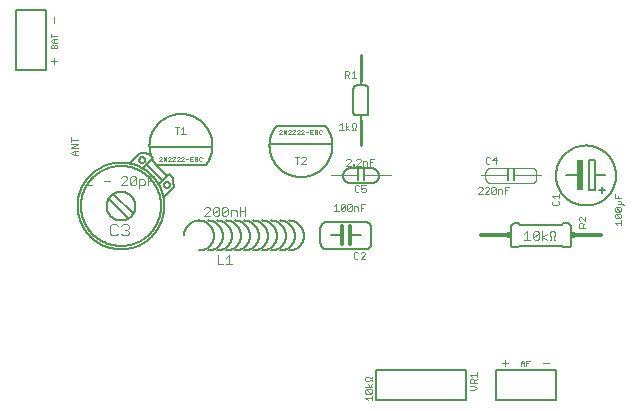
<source format=gto>
G75*
%MOIN*%
%OFA0B0*%
%FSLAX25Y25*%
%IPPOS*%
%LPD*%
%AMOC8*
5,1,8,0,0,1.08239X$1,22.5*
%
%ADD10C,0.00600*%
%ADD11R,0.02000X0.10000*%
%ADD12C,0.00200*%
%ADD13C,0.00500*%
%ADD14C,0.00300*%
%ADD15C,0.01200*%
%ADD16C,0.00400*%
%ADD17C,0.00100*%
%ADD18R,0.01000X0.04000*%
%ADD19C,0.01000*%
%ADD20R,0.01000X0.01500*%
%ADD21R,0.01500X0.02000*%
D10*
X0109500Y0096500D02*
X0122500Y0096500D01*
X0122587Y0096502D01*
X0122674Y0096508D01*
X0122761Y0096517D01*
X0122847Y0096530D01*
X0122933Y0096547D01*
X0123018Y0096568D01*
X0123101Y0096593D01*
X0123184Y0096621D01*
X0123265Y0096652D01*
X0123345Y0096687D01*
X0123423Y0096726D01*
X0123500Y0096768D01*
X0123575Y0096813D01*
X0123647Y0096862D01*
X0123718Y0096913D01*
X0123786Y0096968D01*
X0123851Y0097025D01*
X0123914Y0097086D01*
X0123975Y0097149D01*
X0124032Y0097214D01*
X0124087Y0097282D01*
X0124138Y0097353D01*
X0124187Y0097425D01*
X0124232Y0097500D01*
X0124274Y0097577D01*
X0124313Y0097655D01*
X0124348Y0097735D01*
X0124379Y0097816D01*
X0124407Y0097899D01*
X0124432Y0097982D01*
X0124453Y0098067D01*
X0124470Y0098153D01*
X0124483Y0098239D01*
X0124492Y0098326D01*
X0124498Y0098413D01*
X0124500Y0098500D01*
X0124500Y0103500D01*
X0124498Y0103587D01*
X0124492Y0103674D01*
X0124483Y0103761D01*
X0124470Y0103847D01*
X0124453Y0103933D01*
X0124432Y0104018D01*
X0124407Y0104101D01*
X0124379Y0104184D01*
X0124348Y0104265D01*
X0124313Y0104345D01*
X0124274Y0104423D01*
X0124232Y0104500D01*
X0124187Y0104575D01*
X0124138Y0104647D01*
X0124087Y0104718D01*
X0124032Y0104786D01*
X0123975Y0104851D01*
X0123914Y0104914D01*
X0123851Y0104975D01*
X0123786Y0105032D01*
X0123718Y0105087D01*
X0123647Y0105138D01*
X0123575Y0105187D01*
X0123500Y0105232D01*
X0123423Y0105274D01*
X0123345Y0105313D01*
X0123265Y0105348D01*
X0123184Y0105379D01*
X0123101Y0105407D01*
X0123018Y0105432D01*
X0122933Y0105453D01*
X0122847Y0105470D01*
X0122761Y0105483D01*
X0122674Y0105492D01*
X0122587Y0105498D01*
X0122500Y0105500D01*
X0109500Y0105500D01*
X0109413Y0105498D01*
X0109326Y0105492D01*
X0109239Y0105483D01*
X0109153Y0105470D01*
X0109067Y0105453D01*
X0108982Y0105432D01*
X0108899Y0105407D01*
X0108816Y0105379D01*
X0108735Y0105348D01*
X0108655Y0105313D01*
X0108577Y0105274D01*
X0108500Y0105232D01*
X0108425Y0105187D01*
X0108353Y0105138D01*
X0108282Y0105087D01*
X0108214Y0105032D01*
X0108149Y0104975D01*
X0108086Y0104914D01*
X0108025Y0104851D01*
X0107968Y0104786D01*
X0107913Y0104718D01*
X0107862Y0104647D01*
X0107813Y0104575D01*
X0107768Y0104500D01*
X0107726Y0104423D01*
X0107687Y0104345D01*
X0107652Y0104265D01*
X0107621Y0104184D01*
X0107593Y0104101D01*
X0107568Y0104018D01*
X0107547Y0103933D01*
X0107530Y0103847D01*
X0107517Y0103761D01*
X0107508Y0103674D01*
X0107502Y0103587D01*
X0107500Y0103500D01*
X0107500Y0098500D01*
X0107502Y0098413D01*
X0107508Y0098326D01*
X0107517Y0098239D01*
X0107530Y0098153D01*
X0107547Y0098067D01*
X0107568Y0097982D01*
X0107593Y0097899D01*
X0107621Y0097816D01*
X0107652Y0097735D01*
X0107687Y0097655D01*
X0107726Y0097577D01*
X0107768Y0097500D01*
X0107813Y0097425D01*
X0107862Y0097353D01*
X0107913Y0097282D01*
X0107968Y0097214D01*
X0108025Y0097149D01*
X0108086Y0097086D01*
X0108149Y0097025D01*
X0108214Y0096968D01*
X0108282Y0096913D01*
X0108353Y0096862D01*
X0108425Y0096813D01*
X0108500Y0096768D01*
X0108577Y0096726D01*
X0108655Y0096687D01*
X0108735Y0096652D01*
X0108816Y0096621D01*
X0108899Y0096593D01*
X0108982Y0096568D01*
X0109067Y0096547D01*
X0109153Y0096530D01*
X0109239Y0096517D01*
X0109326Y0096508D01*
X0109413Y0096502D01*
X0109500Y0096500D01*
X0111000Y0101000D02*
X0114700Y0101000D01*
X0117200Y0101000D02*
X0121000Y0101000D01*
X0171000Y0104000D02*
X0171000Y0098000D01*
X0171002Y0097940D01*
X0171007Y0097879D01*
X0171016Y0097820D01*
X0171029Y0097761D01*
X0171045Y0097702D01*
X0171065Y0097645D01*
X0171088Y0097590D01*
X0171115Y0097535D01*
X0171144Y0097483D01*
X0171177Y0097432D01*
X0171213Y0097383D01*
X0171251Y0097337D01*
X0171293Y0097293D01*
X0171337Y0097251D01*
X0171383Y0097213D01*
X0171432Y0097177D01*
X0171483Y0097144D01*
X0171535Y0097115D01*
X0171590Y0097088D01*
X0171645Y0097065D01*
X0171702Y0097045D01*
X0171761Y0097029D01*
X0171820Y0097016D01*
X0171879Y0097007D01*
X0171940Y0097002D01*
X0172000Y0097000D01*
X0173500Y0097000D01*
X0174000Y0097500D01*
X0188000Y0097500D01*
X0188500Y0097000D01*
X0190000Y0097000D01*
X0190060Y0097002D01*
X0190121Y0097007D01*
X0190180Y0097016D01*
X0190239Y0097029D01*
X0190298Y0097045D01*
X0190355Y0097065D01*
X0190410Y0097088D01*
X0190465Y0097115D01*
X0190517Y0097144D01*
X0190568Y0097177D01*
X0190617Y0097213D01*
X0190663Y0097251D01*
X0190707Y0097293D01*
X0190749Y0097337D01*
X0190787Y0097383D01*
X0190823Y0097432D01*
X0190856Y0097483D01*
X0190885Y0097535D01*
X0190912Y0097590D01*
X0190935Y0097645D01*
X0190955Y0097702D01*
X0190971Y0097761D01*
X0190984Y0097820D01*
X0190993Y0097879D01*
X0190998Y0097940D01*
X0191000Y0098000D01*
X0191000Y0104000D01*
X0190998Y0104060D01*
X0190993Y0104121D01*
X0190984Y0104180D01*
X0190971Y0104239D01*
X0190955Y0104298D01*
X0190935Y0104355D01*
X0190912Y0104410D01*
X0190885Y0104465D01*
X0190856Y0104517D01*
X0190823Y0104568D01*
X0190787Y0104617D01*
X0190749Y0104663D01*
X0190707Y0104707D01*
X0190663Y0104749D01*
X0190617Y0104787D01*
X0190568Y0104823D01*
X0190517Y0104856D01*
X0190465Y0104885D01*
X0190410Y0104912D01*
X0190355Y0104935D01*
X0190298Y0104955D01*
X0190239Y0104971D01*
X0190180Y0104984D01*
X0190121Y0104993D01*
X0190060Y0104998D01*
X0190000Y0105000D01*
X0188500Y0105000D01*
X0188000Y0104500D01*
X0174000Y0104500D01*
X0173500Y0105000D01*
X0172000Y0105000D01*
X0171940Y0104998D01*
X0171879Y0104993D01*
X0171820Y0104984D01*
X0171761Y0104971D01*
X0171702Y0104955D01*
X0171645Y0104935D01*
X0171590Y0104912D01*
X0171535Y0104885D01*
X0171483Y0104856D01*
X0171432Y0104823D01*
X0171383Y0104787D01*
X0171337Y0104749D01*
X0171293Y0104707D01*
X0171251Y0104663D01*
X0171213Y0104617D01*
X0171177Y0104568D01*
X0171144Y0104517D01*
X0171115Y0104465D01*
X0171088Y0104410D01*
X0171065Y0104355D01*
X0171045Y0104298D01*
X0171029Y0104239D01*
X0171016Y0104180D01*
X0171007Y0104121D01*
X0171002Y0104060D01*
X0171000Y0104000D01*
X0171002Y0104060D01*
X0171007Y0104121D01*
X0171016Y0104180D01*
X0171029Y0104239D01*
X0171045Y0104298D01*
X0171065Y0104355D01*
X0171088Y0104410D01*
X0171115Y0104465D01*
X0171144Y0104517D01*
X0171177Y0104568D01*
X0171213Y0104617D01*
X0171251Y0104663D01*
X0171293Y0104707D01*
X0171337Y0104749D01*
X0171383Y0104787D01*
X0171432Y0104823D01*
X0171483Y0104856D01*
X0171535Y0104885D01*
X0171590Y0104912D01*
X0171645Y0104935D01*
X0171702Y0104955D01*
X0171761Y0104971D01*
X0171820Y0104984D01*
X0171879Y0104993D01*
X0171940Y0104998D01*
X0172000Y0105000D01*
X0171000Y0098000D02*
X0171002Y0097940D01*
X0171007Y0097879D01*
X0171016Y0097820D01*
X0171029Y0097761D01*
X0171045Y0097702D01*
X0171065Y0097645D01*
X0171088Y0097590D01*
X0171115Y0097535D01*
X0171144Y0097483D01*
X0171177Y0097432D01*
X0171213Y0097383D01*
X0171251Y0097337D01*
X0171293Y0097293D01*
X0171337Y0097251D01*
X0171383Y0097213D01*
X0171432Y0097177D01*
X0171483Y0097144D01*
X0171535Y0097115D01*
X0171590Y0097088D01*
X0171645Y0097065D01*
X0171702Y0097045D01*
X0171761Y0097029D01*
X0171820Y0097016D01*
X0171879Y0097007D01*
X0171940Y0097002D01*
X0172000Y0097000D01*
X0190000Y0097000D02*
X0190060Y0097002D01*
X0190121Y0097007D01*
X0190180Y0097016D01*
X0190239Y0097029D01*
X0190298Y0097045D01*
X0190355Y0097065D01*
X0190410Y0097088D01*
X0190465Y0097115D01*
X0190517Y0097144D01*
X0190568Y0097177D01*
X0190617Y0097213D01*
X0190663Y0097251D01*
X0190707Y0097293D01*
X0190749Y0097337D01*
X0190787Y0097383D01*
X0190823Y0097432D01*
X0190856Y0097483D01*
X0190885Y0097535D01*
X0190912Y0097590D01*
X0190935Y0097645D01*
X0190955Y0097702D01*
X0190971Y0097761D01*
X0190984Y0097820D01*
X0190993Y0097879D01*
X0190998Y0097940D01*
X0191000Y0098000D01*
X0191000Y0104000D02*
X0190998Y0104060D01*
X0190993Y0104121D01*
X0190984Y0104180D01*
X0190971Y0104239D01*
X0190955Y0104298D01*
X0190935Y0104355D01*
X0190912Y0104410D01*
X0190885Y0104465D01*
X0190856Y0104517D01*
X0190823Y0104568D01*
X0190787Y0104617D01*
X0190749Y0104663D01*
X0190707Y0104707D01*
X0190663Y0104749D01*
X0190617Y0104787D01*
X0190568Y0104823D01*
X0190517Y0104856D01*
X0190465Y0104885D01*
X0190410Y0104912D01*
X0190355Y0104935D01*
X0190298Y0104955D01*
X0190239Y0104971D01*
X0190180Y0104984D01*
X0190121Y0104993D01*
X0190060Y0104998D01*
X0190000Y0105000D01*
X0197000Y0116000D02*
X0199000Y0116000D01*
X0199000Y0121000D01*
X0199000Y0126000D01*
X0197000Y0126000D01*
X0197000Y0116000D01*
X0200500Y0116000D02*
X0201500Y0116000D01*
X0201500Y0115000D01*
X0201500Y0116000D02*
X0201500Y0117000D01*
X0201500Y0116000D02*
X0202500Y0116000D01*
X0202500Y0121000D02*
X0199000Y0121000D01*
X0186000Y0121000D02*
X0186003Y0121245D01*
X0186012Y0121491D01*
X0186027Y0121736D01*
X0186048Y0121980D01*
X0186075Y0122224D01*
X0186108Y0122467D01*
X0186147Y0122710D01*
X0186192Y0122951D01*
X0186243Y0123191D01*
X0186300Y0123430D01*
X0186362Y0123667D01*
X0186431Y0123903D01*
X0186505Y0124137D01*
X0186585Y0124369D01*
X0186670Y0124599D01*
X0186761Y0124827D01*
X0186858Y0125052D01*
X0186960Y0125276D01*
X0187068Y0125496D01*
X0187181Y0125714D01*
X0187299Y0125929D01*
X0187423Y0126141D01*
X0187551Y0126350D01*
X0187685Y0126556D01*
X0187824Y0126758D01*
X0187968Y0126957D01*
X0188117Y0127152D01*
X0188270Y0127344D01*
X0188428Y0127532D01*
X0188590Y0127716D01*
X0188758Y0127895D01*
X0188929Y0128071D01*
X0189105Y0128242D01*
X0189284Y0128410D01*
X0189468Y0128572D01*
X0189656Y0128730D01*
X0189848Y0128883D01*
X0190043Y0129032D01*
X0190242Y0129176D01*
X0190444Y0129315D01*
X0190650Y0129449D01*
X0190859Y0129577D01*
X0191071Y0129701D01*
X0191286Y0129819D01*
X0191504Y0129932D01*
X0191724Y0130040D01*
X0191948Y0130142D01*
X0192173Y0130239D01*
X0192401Y0130330D01*
X0192631Y0130415D01*
X0192863Y0130495D01*
X0193097Y0130569D01*
X0193333Y0130638D01*
X0193570Y0130700D01*
X0193809Y0130757D01*
X0194049Y0130808D01*
X0194290Y0130853D01*
X0194533Y0130892D01*
X0194776Y0130925D01*
X0195020Y0130952D01*
X0195264Y0130973D01*
X0195509Y0130988D01*
X0195755Y0130997D01*
X0196000Y0131000D01*
X0196245Y0130997D01*
X0196491Y0130988D01*
X0196736Y0130973D01*
X0196980Y0130952D01*
X0197224Y0130925D01*
X0197467Y0130892D01*
X0197710Y0130853D01*
X0197951Y0130808D01*
X0198191Y0130757D01*
X0198430Y0130700D01*
X0198667Y0130638D01*
X0198903Y0130569D01*
X0199137Y0130495D01*
X0199369Y0130415D01*
X0199599Y0130330D01*
X0199827Y0130239D01*
X0200052Y0130142D01*
X0200276Y0130040D01*
X0200496Y0129932D01*
X0200714Y0129819D01*
X0200929Y0129701D01*
X0201141Y0129577D01*
X0201350Y0129449D01*
X0201556Y0129315D01*
X0201758Y0129176D01*
X0201957Y0129032D01*
X0202152Y0128883D01*
X0202344Y0128730D01*
X0202532Y0128572D01*
X0202716Y0128410D01*
X0202895Y0128242D01*
X0203071Y0128071D01*
X0203242Y0127895D01*
X0203410Y0127716D01*
X0203572Y0127532D01*
X0203730Y0127344D01*
X0203883Y0127152D01*
X0204032Y0126957D01*
X0204176Y0126758D01*
X0204315Y0126556D01*
X0204449Y0126350D01*
X0204577Y0126141D01*
X0204701Y0125929D01*
X0204819Y0125714D01*
X0204932Y0125496D01*
X0205040Y0125276D01*
X0205142Y0125052D01*
X0205239Y0124827D01*
X0205330Y0124599D01*
X0205415Y0124369D01*
X0205495Y0124137D01*
X0205569Y0123903D01*
X0205638Y0123667D01*
X0205700Y0123430D01*
X0205757Y0123191D01*
X0205808Y0122951D01*
X0205853Y0122710D01*
X0205892Y0122467D01*
X0205925Y0122224D01*
X0205952Y0121980D01*
X0205973Y0121736D01*
X0205988Y0121491D01*
X0205997Y0121245D01*
X0206000Y0121000D01*
X0205997Y0120755D01*
X0205988Y0120509D01*
X0205973Y0120264D01*
X0205952Y0120020D01*
X0205925Y0119776D01*
X0205892Y0119533D01*
X0205853Y0119290D01*
X0205808Y0119049D01*
X0205757Y0118809D01*
X0205700Y0118570D01*
X0205638Y0118333D01*
X0205569Y0118097D01*
X0205495Y0117863D01*
X0205415Y0117631D01*
X0205330Y0117401D01*
X0205239Y0117173D01*
X0205142Y0116948D01*
X0205040Y0116724D01*
X0204932Y0116504D01*
X0204819Y0116286D01*
X0204701Y0116071D01*
X0204577Y0115859D01*
X0204449Y0115650D01*
X0204315Y0115444D01*
X0204176Y0115242D01*
X0204032Y0115043D01*
X0203883Y0114848D01*
X0203730Y0114656D01*
X0203572Y0114468D01*
X0203410Y0114284D01*
X0203242Y0114105D01*
X0203071Y0113929D01*
X0202895Y0113758D01*
X0202716Y0113590D01*
X0202532Y0113428D01*
X0202344Y0113270D01*
X0202152Y0113117D01*
X0201957Y0112968D01*
X0201758Y0112824D01*
X0201556Y0112685D01*
X0201350Y0112551D01*
X0201141Y0112423D01*
X0200929Y0112299D01*
X0200714Y0112181D01*
X0200496Y0112068D01*
X0200276Y0111960D01*
X0200052Y0111858D01*
X0199827Y0111761D01*
X0199599Y0111670D01*
X0199369Y0111585D01*
X0199137Y0111505D01*
X0198903Y0111431D01*
X0198667Y0111362D01*
X0198430Y0111300D01*
X0198191Y0111243D01*
X0197951Y0111192D01*
X0197710Y0111147D01*
X0197467Y0111108D01*
X0197224Y0111075D01*
X0196980Y0111048D01*
X0196736Y0111027D01*
X0196491Y0111012D01*
X0196245Y0111003D01*
X0196000Y0111000D01*
X0195755Y0111003D01*
X0195509Y0111012D01*
X0195264Y0111027D01*
X0195020Y0111048D01*
X0194776Y0111075D01*
X0194533Y0111108D01*
X0194290Y0111147D01*
X0194049Y0111192D01*
X0193809Y0111243D01*
X0193570Y0111300D01*
X0193333Y0111362D01*
X0193097Y0111431D01*
X0192863Y0111505D01*
X0192631Y0111585D01*
X0192401Y0111670D01*
X0192173Y0111761D01*
X0191948Y0111858D01*
X0191724Y0111960D01*
X0191504Y0112068D01*
X0191286Y0112181D01*
X0191071Y0112299D01*
X0190859Y0112423D01*
X0190650Y0112551D01*
X0190444Y0112685D01*
X0190242Y0112824D01*
X0190043Y0112968D01*
X0189848Y0113117D01*
X0189656Y0113270D01*
X0189468Y0113428D01*
X0189284Y0113590D01*
X0189105Y0113758D01*
X0188929Y0113929D01*
X0188758Y0114105D01*
X0188590Y0114284D01*
X0188428Y0114468D01*
X0188270Y0114656D01*
X0188117Y0114848D01*
X0187968Y0115043D01*
X0187824Y0115242D01*
X0187685Y0115444D01*
X0187551Y0115650D01*
X0187423Y0115859D01*
X0187299Y0116071D01*
X0187181Y0116286D01*
X0187068Y0116504D01*
X0186960Y0116724D01*
X0186858Y0116948D01*
X0186761Y0117173D01*
X0186670Y0117401D01*
X0186585Y0117631D01*
X0186505Y0117863D01*
X0186431Y0118097D01*
X0186362Y0118333D01*
X0186300Y0118570D01*
X0186243Y0118809D01*
X0186192Y0119049D01*
X0186147Y0119290D01*
X0186108Y0119533D01*
X0186075Y0119776D01*
X0186048Y0120020D01*
X0186027Y0120264D01*
X0186012Y0120509D01*
X0186003Y0120755D01*
X0186000Y0121000D01*
X0189500Y0121000D02*
X0193500Y0121000D01*
X0123500Y0142000D02*
X0123500Y0150000D01*
X0123498Y0150060D01*
X0123493Y0150121D01*
X0123484Y0150180D01*
X0123471Y0150239D01*
X0123455Y0150298D01*
X0123435Y0150355D01*
X0123412Y0150410D01*
X0123385Y0150465D01*
X0123356Y0150517D01*
X0123323Y0150568D01*
X0123287Y0150617D01*
X0123249Y0150663D01*
X0123207Y0150707D01*
X0123163Y0150749D01*
X0123117Y0150787D01*
X0123068Y0150823D01*
X0123017Y0150856D01*
X0122965Y0150885D01*
X0122910Y0150912D01*
X0122855Y0150935D01*
X0122798Y0150955D01*
X0122739Y0150971D01*
X0122680Y0150984D01*
X0122621Y0150993D01*
X0122560Y0150998D01*
X0122500Y0151000D01*
X0119500Y0151000D01*
X0119440Y0150998D01*
X0119379Y0150993D01*
X0119320Y0150984D01*
X0119261Y0150971D01*
X0119202Y0150955D01*
X0119145Y0150935D01*
X0119090Y0150912D01*
X0119035Y0150885D01*
X0118983Y0150856D01*
X0118932Y0150823D01*
X0118883Y0150787D01*
X0118837Y0150749D01*
X0118793Y0150707D01*
X0118751Y0150663D01*
X0118713Y0150617D01*
X0118677Y0150568D01*
X0118644Y0150517D01*
X0118615Y0150465D01*
X0118588Y0150410D01*
X0118565Y0150355D01*
X0118545Y0150298D01*
X0118529Y0150239D01*
X0118516Y0150180D01*
X0118507Y0150121D01*
X0118502Y0150060D01*
X0118500Y0150000D01*
X0118500Y0142000D01*
X0118502Y0141940D01*
X0118507Y0141879D01*
X0118516Y0141820D01*
X0118529Y0141761D01*
X0118545Y0141702D01*
X0118565Y0141645D01*
X0118588Y0141590D01*
X0118615Y0141535D01*
X0118644Y0141483D01*
X0118677Y0141432D01*
X0118713Y0141383D01*
X0118751Y0141337D01*
X0118793Y0141293D01*
X0118837Y0141251D01*
X0118883Y0141213D01*
X0118932Y0141177D01*
X0118983Y0141144D01*
X0119035Y0141115D01*
X0119090Y0141088D01*
X0119145Y0141065D01*
X0119202Y0141045D01*
X0119261Y0141029D01*
X0119320Y0141016D01*
X0119379Y0141007D01*
X0119440Y0141002D01*
X0119500Y0141000D01*
X0122500Y0141000D01*
X0122560Y0141002D01*
X0122621Y0141007D01*
X0122680Y0141016D01*
X0122739Y0141029D01*
X0122798Y0141045D01*
X0122855Y0141065D01*
X0122910Y0141088D01*
X0122965Y0141115D01*
X0123017Y0141144D01*
X0123068Y0141177D01*
X0123117Y0141213D01*
X0123163Y0141251D01*
X0123207Y0141293D01*
X0123249Y0141337D01*
X0123287Y0141383D01*
X0123323Y0141432D01*
X0123356Y0141483D01*
X0123385Y0141535D01*
X0123412Y0141590D01*
X0123435Y0141645D01*
X0123455Y0141702D01*
X0123471Y0141761D01*
X0123484Y0141820D01*
X0123493Y0141879D01*
X0123498Y0141940D01*
X0123500Y0142000D01*
X0123498Y0141940D01*
X0123493Y0141879D01*
X0123484Y0141820D01*
X0123471Y0141761D01*
X0123455Y0141702D01*
X0123435Y0141645D01*
X0123412Y0141590D01*
X0123385Y0141535D01*
X0123356Y0141483D01*
X0123323Y0141432D01*
X0123287Y0141383D01*
X0123249Y0141337D01*
X0123207Y0141293D01*
X0123163Y0141251D01*
X0123117Y0141213D01*
X0123068Y0141177D01*
X0123017Y0141144D01*
X0122965Y0141115D01*
X0122910Y0141088D01*
X0122855Y0141065D01*
X0122798Y0141045D01*
X0122739Y0141029D01*
X0122680Y0141016D01*
X0122621Y0141007D01*
X0122560Y0141002D01*
X0122500Y0141000D01*
X0119500Y0141000D02*
X0119440Y0141002D01*
X0119379Y0141007D01*
X0119320Y0141016D01*
X0119261Y0141029D01*
X0119202Y0141045D01*
X0119145Y0141065D01*
X0119090Y0141088D01*
X0119035Y0141115D01*
X0118983Y0141144D01*
X0118932Y0141177D01*
X0118883Y0141213D01*
X0118837Y0141251D01*
X0118793Y0141293D01*
X0118751Y0141337D01*
X0118713Y0141383D01*
X0118677Y0141432D01*
X0118644Y0141483D01*
X0118615Y0141535D01*
X0118588Y0141590D01*
X0118565Y0141645D01*
X0118545Y0141702D01*
X0118529Y0141761D01*
X0118516Y0141820D01*
X0118507Y0141879D01*
X0118502Y0141940D01*
X0118500Y0142000D01*
X0118500Y0150000D02*
X0118502Y0150060D01*
X0118507Y0150121D01*
X0118516Y0150180D01*
X0118529Y0150239D01*
X0118545Y0150298D01*
X0118565Y0150355D01*
X0118588Y0150410D01*
X0118615Y0150465D01*
X0118644Y0150517D01*
X0118677Y0150568D01*
X0118713Y0150617D01*
X0118751Y0150663D01*
X0118793Y0150707D01*
X0118837Y0150749D01*
X0118883Y0150787D01*
X0118932Y0150823D01*
X0118983Y0150856D01*
X0119035Y0150885D01*
X0119090Y0150912D01*
X0119145Y0150935D01*
X0119202Y0150955D01*
X0119261Y0150971D01*
X0119320Y0150984D01*
X0119379Y0150993D01*
X0119440Y0150998D01*
X0119500Y0151000D01*
X0122500Y0151000D02*
X0122560Y0150998D01*
X0122621Y0150993D01*
X0122680Y0150984D01*
X0122739Y0150971D01*
X0122798Y0150955D01*
X0122855Y0150935D01*
X0122910Y0150912D01*
X0122965Y0150885D01*
X0123017Y0150856D01*
X0123068Y0150823D01*
X0123117Y0150787D01*
X0123163Y0150749D01*
X0123207Y0150707D01*
X0123249Y0150663D01*
X0123287Y0150617D01*
X0123323Y0150568D01*
X0123356Y0150517D01*
X0123385Y0150465D01*
X0123412Y0150410D01*
X0123435Y0150355D01*
X0123455Y0150298D01*
X0123471Y0150239D01*
X0123484Y0150180D01*
X0123493Y0150121D01*
X0123498Y0150060D01*
X0123500Y0150000D01*
D11*
X0194000Y0121000D03*
D12*
X0124650Y0046834D02*
X0122448Y0046834D01*
X0123182Y0046100D01*
X0124650Y0046100D02*
X0124650Y0047568D01*
X0124283Y0048310D02*
X0122815Y0049778D01*
X0124283Y0049778D01*
X0124650Y0049411D01*
X0124650Y0048677D01*
X0124283Y0048310D01*
X0122815Y0048310D01*
X0122448Y0048677D01*
X0122448Y0049411D01*
X0122815Y0049778D01*
X0122448Y0050520D02*
X0124650Y0050520D01*
X0123916Y0050520D02*
X0123182Y0051621D01*
X0122815Y0052361D02*
X0122448Y0052728D01*
X0122448Y0053462D01*
X0122815Y0053829D01*
X0123549Y0053829D01*
X0123916Y0053462D01*
X0124650Y0053462D01*
X0124650Y0053829D01*
X0124650Y0052728D02*
X0123916Y0052728D01*
X0123549Y0052361D01*
X0122815Y0052361D01*
X0124650Y0052361D02*
X0124650Y0052728D01*
X0124650Y0051621D02*
X0123916Y0050520D01*
X0157348Y0050938D02*
X0158816Y0050938D01*
X0159550Y0050204D01*
X0158816Y0049470D01*
X0157348Y0049470D01*
X0157348Y0051680D02*
X0157348Y0052781D01*
X0157715Y0053148D01*
X0158449Y0053148D01*
X0158816Y0052781D01*
X0158816Y0051680D01*
X0159550Y0051680D02*
X0157348Y0051680D01*
X0158816Y0052414D02*
X0159550Y0053148D01*
X0159550Y0053890D02*
X0159550Y0055358D01*
X0159550Y0054624D02*
X0157348Y0054624D01*
X0158082Y0053890D01*
X0174258Y0057475D02*
X0174258Y0058676D01*
X0174859Y0059277D01*
X0175459Y0058676D01*
X0175459Y0057475D01*
X0176100Y0057475D02*
X0176100Y0059277D01*
X0177301Y0059277D01*
X0176701Y0058376D02*
X0176100Y0058376D01*
X0175459Y0058376D02*
X0174258Y0058376D01*
X0122358Y0093200D02*
X0120890Y0093200D01*
X0122358Y0094668D01*
X0122358Y0095035D01*
X0121991Y0095402D01*
X0121257Y0095402D01*
X0120890Y0095035D01*
X0120148Y0095035D02*
X0119781Y0095402D01*
X0119047Y0095402D01*
X0118680Y0095035D01*
X0118680Y0093567D01*
X0119047Y0093200D01*
X0119781Y0093200D01*
X0120148Y0093567D01*
X0120148Y0109200D02*
X0120148Y0110301D01*
X0119781Y0110668D01*
X0118680Y0110668D01*
X0118680Y0109200D01*
X0117938Y0109567D02*
X0117571Y0109200D01*
X0116837Y0109200D01*
X0116470Y0109567D01*
X0117938Y0111035D01*
X0117938Y0109567D01*
X0116470Y0109567D02*
X0116470Y0111035D01*
X0116837Y0111402D01*
X0117571Y0111402D01*
X0117938Y0111035D01*
X0115728Y0111035D02*
X0115728Y0109567D01*
X0115361Y0109200D01*
X0114627Y0109200D01*
X0114260Y0109567D01*
X0115728Y0111035D01*
X0115361Y0111402D01*
X0114627Y0111402D01*
X0114260Y0111035D01*
X0114260Y0109567D01*
X0113518Y0109200D02*
X0112051Y0109200D01*
X0112785Y0109200D02*
X0112785Y0111402D01*
X0112051Y0110668D01*
X0118890Y0115867D02*
X0119257Y0115500D01*
X0119991Y0115500D01*
X0120358Y0115867D01*
X0121100Y0115867D02*
X0121467Y0115500D01*
X0122201Y0115500D01*
X0122568Y0115867D01*
X0122568Y0116601D01*
X0122201Y0116968D01*
X0121834Y0116968D01*
X0121100Y0116601D01*
X0121100Y0117702D01*
X0122568Y0117702D01*
X0120358Y0117335D02*
X0119991Y0117702D01*
X0119257Y0117702D01*
X0118890Y0117335D01*
X0118890Y0115867D01*
X0120890Y0111402D02*
X0122358Y0111402D01*
X0121624Y0110301D02*
X0120890Y0110301D01*
X0120890Y0109200D02*
X0120890Y0111402D01*
X0120910Y0124300D02*
X0119443Y0124300D01*
X0120910Y0125768D01*
X0120910Y0126135D01*
X0120544Y0126502D01*
X0119810Y0126502D01*
X0119443Y0126135D01*
X0118705Y0124667D02*
X0118705Y0124300D01*
X0118338Y0124300D01*
X0118338Y0124667D01*
X0118705Y0124667D01*
X0117596Y0124300D02*
X0116128Y0124300D01*
X0117596Y0125768D01*
X0117596Y0126135D01*
X0117229Y0126502D01*
X0116495Y0126502D01*
X0116128Y0126135D01*
X0121652Y0125768D02*
X0121652Y0124300D01*
X0121652Y0125768D02*
X0122753Y0125768D01*
X0123120Y0125401D01*
X0123120Y0124300D01*
X0123862Y0124300D02*
X0123862Y0126502D01*
X0125330Y0126502D01*
X0124596Y0125401D02*
X0123862Y0125401D01*
X0119358Y0136200D02*
X0118991Y0136200D01*
X0118991Y0136934D01*
X0119358Y0137301D01*
X0119358Y0138035D01*
X0118991Y0138402D01*
X0118257Y0138402D01*
X0117890Y0138035D01*
X0117890Y0137301D01*
X0118257Y0136934D01*
X0118257Y0136200D01*
X0117890Y0136200D01*
X0117149Y0136200D02*
X0116049Y0136934D01*
X0117149Y0137668D01*
X0116049Y0138402D02*
X0116049Y0136200D01*
X0115307Y0136200D02*
X0113839Y0136200D01*
X0114573Y0136200D02*
X0114573Y0138402D01*
X0113839Y0137668D01*
X0107927Y0135968D02*
X0107694Y0136201D01*
X0107227Y0136201D01*
X0106993Y0135968D01*
X0106993Y0135034D01*
X0107227Y0134800D01*
X0107694Y0134800D01*
X0107927Y0135034D01*
X0106454Y0135034D02*
X0106220Y0134800D01*
X0105520Y0134800D01*
X0105520Y0136201D01*
X0106220Y0136201D01*
X0106454Y0135968D01*
X0106454Y0135734D01*
X0106220Y0135501D01*
X0105520Y0135501D01*
X0106220Y0135501D02*
X0106454Y0135267D01*
X0106454Y0135034D01*
X0104981Y0134800D02*
X0104046Y0134800D01*
X0104046Y0136201D01*
X0104981Y0136201D01*
X0104514Y0135501D02*
X0104046Y0135501D01*
X0103507Y0135501D02*
X0102573Y0135501D01*
X0102034Y0135734D02*
X0102034Y0135968D01*
X0101801Y0136201D01*
X0101333Y0136201D01*
X0101100Y0135968D01*
X0100561Y0135968D02*
X0100327Y0136201D01*
X0099860Y0136201D01*
X0099627Y0135968D01*
X0099088Y0135968D02*
X0098854Y0136201D01*
X0098387Y0136201D01*
X0098153Y0135968D01*
X0097614Y0135968D02*
X0097381Y0136201D01*
X0096914Y0136201D01*
X0096680Y0135968D01*
X0096141Y0136201D02*
X0096141Y0134800D01*
X0095207Y0136201D01*
X0095207Y0134800D01*
X0094668Y0134800D02*
X0093734Y0134800D01*
X0094668Y0135734D01*
X0094668Y0135968D01*
X0094434Y0136201D01*
X0093967Y0136201D01*
X0093734Y0135968D01*
X0096680Y0134800D02*
X0097614Y0135734D01*
X0097614Y0135968D01*
X0097614Y0134800D02*
X0096680Y0134800D01*
X0098153Y0134800D02*
X0099088Y0135734D01*
X0099088Y0135968D01*
X0099088Y0134800D02*
X0098153Y0134800D01*
X0099627Y0134800D02*
X0100561Y0135734D01*
X0100561Y0135968D01*
X0100561Y0134800D02*
X0099627Y0134800D01*
X0101100Y0134800D02*
X0102034Y0135734D01*
X0102034Y0134800D02*
X0101100Y0134800D01*
X0101467Y0127102D02*
X0101100Y0126735D01*
X0101467Y0127102D02*
X0102201Y0127102D01*
X0102568Y0126735D01*
X0102568Y0126368D01*
X0101100Y0124900D01*
X0102568Y0124900D01*
X0099624Y0124900D02*
X0099624Y0127102D01*
X0098890Y0127102D02*
X0100358Y0127102D01*
X0067927Y0126968D02*
X0067694Y0127201D01*
X0067227Y0127201D01*
X0066993Y0126968D01*
X0066993Y0126034D01*
X0067227Y0125800D01*
X0067694Y0125800D01*
X0067927Y0126034D01*
X0066454Y0126034D02*
X0066220Y0125800D01*
X0065520Y0125800D01*
X0065520Y0127201D01*
X0066220Y0127201D01*
X0066454Y0126968D01*
X0066454Y0126734D01*
X0066220Y0126501D01*
X0065520Y0126501D01*
X0066220Y0126501D02*
X0066454Y0126267D01*
X0066454Y0126034D01*
X0064981Y0125800D02*
X0064046Y0125800D01*
X0064046Y0127201D01*
X0064981Y0127201D01*
X0064514Y0126501D02*
X0064046Y0126501D01*
X0063507Y0126501D02*
X0062573Y0126501D01*
X0062034Y0126734D02*
X0062034Y0126968D01*
X0061801Y0127201D01*
X0061334Y0127201D01*
X0061100Y0126968D01*
X0060561Y0126968D02*
X0060327Y0127201D01*
X0059860Y0127201D01*
X0059627Y0126968D01*
X0059088Y0126968D02*
X0058854Y0127201D01*
X0058387Y0127201D01*
X0058153Y0126968D01*
X0057614Y0126968D02*
X0057381Y0127201D01*
X0056914Y0127201D01*
X0056680Y0126968D01*
X0056141Y0127201D02*
X0056141Y0125800D01*
X0055207Y0127201D01*
X0055207Y0125800D01*
X0054668Y0125800D02*
X0053734Y0125800D01*
X0054668Y0126734D01*
X0054668Y0126968D01*
X0054434Y0127201D01*
X0053967Y0127201D01*
X0053734Y0126968D01*
X0056680Y0125800D02*
X0057614Y0126734D01*
X0057614Y0126968D01*
X0057614Y0125800D02*
X0056680Y0125800D01*
X0058153Y0125800D02*
X0059088Y0126734D01*
X0059088Y0126968D01*
X0059088Y0125800D02*
X0058153Y0125800D01*
X0059627Y0125800D02*
X0060561Y0126734D01*
X0060561Y0126968D01*
X0060561Y0125800D02*
X0059627Y0125800D01*
X0061100Y0125800D02*
X0062034Y0126734D01*
X0062034Y0125800D02*
X0061100Y0125800D01*
X0061100Y0134900D02*
X0062568Y0134900D01*
X0061834Y0134900D02*
X0061834Y0137102D01*
X0061100Y0136368D01*
X0060358Y0137102D02*
X0058890Y0137102D01*
X0059624Y0137102D02*
X0059624Y0134900D01*
X0026650Y0132939D02*
X0024448Y0132939D01*
X0024448Y0132205D02*
X0024448Y0133673D01*
X0024448Y0131463D02*
X0026650Y0131463D01*
X0024448Y0129995D01*
X0026650Y0129995D01*
X0026650Y0129253D02*
X0025182Y0129253D01*
X0024448Y0128519D01*
X0025182Y0127785D01*
X0026650Y0127785D01*
X0025549Y0127785D02*
X0025549Y0129253D01*
X0019525Y0163338D02*
X0017723Y0163338D01*
X0017723Y0164238D01*
X0018024Y0164539D01*
X0018324Y0164539D01*
X0018624Y0164238D01*
X0018624Y0163338D01*
X0018624Y0164238D02*
X0018924Y0164539D01*
X0019225Y0164539D01*
X0019525Y0164238D01*
X0019525Y0163338D01*
X0019525Y0165179D02*
X0018324Y0165179D01*
X0017723Y0165780D01*
X0018324Y0166380D01*
X0019525Y0166380D01*
X0018624Y0166380D02*
X0018624Y0165179D01*
X0017723Y0167021D02*
X0017723Y0168222D01*
X0017723Y0167621D02*
X0019525Y0167621D01*
X0115680Y0155802D02*
X0115680Y0153600D01*
X0115680Y0154334D02*
X0116781Y0154334D01*
X0117148Y0154701D01*
X0117148Y0155435D01*
X0116781Y0155802D01*
X0115680Y0155802D01*
X0116414Y0154334D02*
X0117148Y0153600D01*
X0117890Y0153600D02*
X0119358Y0153600D01*
X0118624Y0153600D02*
X0118624Y0155802D01*
X0117890Y0155068D01*
X0162600Y0126735D02*
X0162600Y0125267D01*
X0162967Y0124900D01*
X0163701Y0124900D01*
X0164068Y0125267D01*
X0164810Y0126001D02*
X0166278Y0126001D01*
X0165911Y0124900D02*
X0165911Y0127102D01*
X0164810Y0126001D01*
X0164068Y0126735D02*
X0163701Y0127102D01*
X0162967Y0127102D01*
X0162600Y0126735D01*
X0162627Y0117102D02*
X0162260Y0116735D01*
X0162627Y0117102D02*
X0163361Y0117102D01*
X0163728Y0116735D01*
X0163728Y0116368D01*
X0162260Y0114900D01*
X0163728Y0114900D01*
X0164470Y0115267D02*
X0165938Y0116735D01*
X0165938Y0115267D01*
X0165571Y0114900D01*
X0164837Y0114900D01*
X0164470Y0115267D01*
X0164470Y0116735D01*
X0164837Y0117102D01*
X0165571Y0117102D01*
X0165938Y0116735D01*
X0166680Y0116368D02*
X0167781Y0116368D01*
X0168148Y0116001D01*
X0168148Y0114900D01*
X0168890Y0114900D02*
X0168890Y0117102D01*
X0170358Y0117102D01*
X0169624Y0116001D02*
X0168890Y0116001D01*
X0166680Y0116368D02*
X0166680Y0114900D01*
X0161518Y0114900D02*
X0160051Y0114900D01*
X0161518Y0116368D01*
X0161518Y0116735D01*
X0161152Y0117102D01*
X0160418Y0117102D01*
X0160051Y0116735D01*
X0184698Y0114124D02*
X0186900Y0114124D01*
X0186900Y0113390D02*
X0186900Y0114858D01*
X0185432Y0113390D02*
X0184698Y0114124D01*
X0185065Y0112648D02*
X0184698Y0112281D01*
X0184698Y0111547D01*
X0185065Y0111180D01*
X0186533Y0111180D01*
X0186900Y0111547D01*
X0186900Y0112281D01*
X0186533Y0112648D01*
X0193598Y0106911D02*
X0193598Y0106177D01*
X0193965Y0105810D01*
X0193965Y0105068D02*
X0194699Y0105068D01*
X0195066Y0104701D01*
X0195066Y0103600D01*
X0195066Y0104334D02*
X0195800Y0105068D01*
X0195800Y0105810D02*
X0194332Y0107278D01*
X0193965Y0107278D01*
X0193598Y0106911D01*
X0193965Y0105068D02*
X0193598Y0104701D01*
X0193598Y0103600D01*
X0195800Y0103600D01*
X0195800Y0105810D02*
X0195800Y0107278D01*
X0205598Y0107127D02*
X0205598Y0107861D01*
X0205965Y0108228D01*
X0207433Y0106760D01*
X0207800Y0107127D01*
X0207800Y0107861D01*
X0207433Y0108228D01*
X0205965Y0108228D01*
X0205965Y0108970D02*
X0205598Y0109337D01*
X0205598Y0110071D01*
X0205965Y0110438D01*
X0207433Y0108970D01*
X0207800Y0109337D01*
X0207800Y0110071D01*
X0207433Y0110438D01*
X0205965Y0110438D01*
X0206699Y0111547D02*
X0207433Y0111547D01*
X0208167Y0111547D01*
X0208534Y0111180D01*
X0207800Y0111914D02*
X0207800Y0112281D01*
X0207433Y0112648D01*
X0206699Y0112648D01*
X0206699Y0113390D02*
X0206699Y0114124D01*
X0205598Y0113390D02*
X0205598Y0114858D01*
X0205598Y0113390D02*
X0207800Y0113390D01*
X0207800Y0111914D02*
X0207433Y0111547D01*
X0207433Y0108970D02*
X0205965Y0108970D01*
X0205598Y0107127D02*
X0205965Y0106760D01*
X0207433Y0106760D01*
X0207800Y0106018D02*
X0207800Y0104551D01*
X0207800Y0105285D02*
X0205598Y0105285D01*
X0206332Y0104551D01*
D13*
X0186000Y0056000D02*
X0166000Y0056000D01*
X0166000Y0046000D01*
X0186000Y0046000D01*
X0186000Y0056000D01*
X0156000Y0056000D02*
X0156000Y0046000D01*
X0126000Y0046000D01*
X0126000Y0056000D01*
X0156000Y0056000D01*
X0102000Y0101000D02*
X0101998Y0101140D01*
X0101992Y0101280D01*
X0101982Y0101420D01*
X0101969Y0101560D01*
X0101951Y0101699D01*
X0101929Y0101838D01*
X0101904Y0101975D01*
X0101875Y0102113D01*
X0101842Y0102249D01*
X0101805Y0102384D01*
X0101764Y0102518D01*
X0101719Y0102651D01*
X0101671Y0102783D01*
X0101619Y0102913D01*
X0101564Y0103042D01*
X0101505Y0103169D01*
X0101442Y0103295D01*
X0101376Y0103419D01*
X0101307Y0103540D01*
X0101234Y0103660D01*
X0101157Y0103778D01*
X0101078Y0103893D01*
X0100995Y0104007D01*
X0100909Y0104117D01*
X0100820Y0104226D01*
X0100728Y0104332D01*
X0100633Y0104435D01*
X0100536Y0104536D01*
X0100435Y0104633D01*
X0100332Y0104728D01*
X0100226Y0104820D01*
X0100117Y0104909D01*
X0100007Y0104995D01*
X0099893Y0105078D01*
X0099778Y0105157D01*
X0099660Y0105234D01*
X0099540Y0105307D01*
X0099419Y0105376D01*
X0099295Y0105442D01*
X0099169Y0105505D01*
X0099042Y0105564D01*
X0098913Y0105619D01*
X0098783Y0105671D01*
X0098651Y0105719D01*
X0098518Y0105764D01*
X0098384Y0105805D01*
X0098249Y0105842D01*
X0098113Y0105875D01*
X0097975Y0105904D01*
X0097838Y0105929D01*
X0097699Y0105951D01*
X0097560Y0105969D01*
X0097420Y0105982D01*
X0097280Y0105992D01*
X0097140Y0105998D01*
X0097000Y0106000D01*
X0102000Y0101000D02*
X0101998Y0100860D01*
X0101992Y0100720D01*
X0101982Y0100580D01*
X0101969Y0100440D01*
X0101951Y0100301D01*
X0101929Y0100162D01*
X0101904Y0100025D01*
X0101875Y0099887D01*
X0101842Y0099751D01*
X0101805Y0099616D01*
X0101764Y0099482D01*
X0101719Y0099349D01*
X0101671Y0099217D01*
X0101619Y0099087D01*
X0101564Y0098958D01*
X0101505Y0098831D01*
X0101442Y0098705D01*
X0101376Y0098581D01*
X0101307Y0098460D01*
X0101234Y0098340D01*
X0101157Y0098222D01*
X0101078Y0098107D01*
X0100995Y0097993D01*
X0100909Y0097883D01*
X0100820Y0097774D01*
X0100728Y0097668D01*
X0100633Y0097565D01*
X0100536Y0097464D01*
X0100435Y0097367D01*
X0100332Y0097272D01*
X0100226Y0097180D01*
X0100117Y0097091D01*
X0100007Y0097005D01*
X0099893Y0096922D01*
X0099778Y0096843D01*
X0099660Y0096766D01*
X0099540Y0096693D01*
X0099419Y0096624D01*
X0099295Y0096558D01*
X0099169Y0096495D01*
X0099042Y0096436D01*
X0098913Y0096381D01*
X0098783Y0096329D01*
X0098651Y0096281D01*
X0098518Y0096236D01*
X0098384Y0096195D01*
X0098249Y0096158D01*
X0098113Y0096125D01*
X0097975Y0096096D01*
X0097838Y0096071D01*
X0097699Y0096049D01*
X0097560Y0096031D01*
X0097420Y0096018D01*
X0097280Y0096008D01*
X0097140Y0096002D01*
X0097000Y0096000D01*
X0099000Y0101000D02*
X0098998Y0101140D01*
X0098992Y0101280D01*
X0098982Y0101420D01*
X0098969Y0101560D01*
X0098951Y0101699D01*
X0098929Y0101838D01*
X0098904Y0101975D01*
X0098875Y0102113D01*
X0098842Y0102249D01*
X0098805Y0102384D01*
X0098764Y0102518D01*
X0098719Y0102651D01*
X0098671Y0102783D01*
X0098619Y0102913D01*
X0098564Y0103042D01*
X0098505Y0103169D01*
X0098442Y0103295D01*
X0098376Y0103419D01*
X0098307Y0103540D01*
X0098234Y0103660D01*
X0098157Y0103778D01*
X0098078Y0103893D01*
X0097995Y0104007D01*
X0097909Y0104117D01*
X0097820Y0104226D01*
X0097728Y0104332D01*
X0097633Y0104435D01*
X0097536Y0104536D01*
X0097435Y0104633D01*
X0097332Y0104728D01*
X0097226Y0104820D01*
X0097117Y0104909D01*
X0097007Y0104995D01*
X0096893Y0105078D01*
X0096778Y0105157D01*
X0096660Y0105234D01*
X0096540Y0105307D01*
X0096419Y0105376D01*
X0096295Y0105442D01*
X0096169Y0105505D01*
X0096042Y0105564D01*
X0095913Y0105619D01*
X0095783Y0105671D01*
X0095651Y0105719D01*
X0095518Y0105764D01*
X0095384Y0105805D01*
X0095249Y0105842D01*
X0095113Y0105875D01*
X0094975Y0105904D01*
X0094838Y0105929D01*
X0094699Y0105951D01*
X0094560Y0105969D01*
X0094420Y0105982D01*
X0094280Y0105992D01*
X0094140Y0105998D01*
X0094000Y0106000D01*
X0099000Y0101000D02*
X0098998Y0100860D01*
X0098992Y0100720D01*
X0098982Y0100580D01*
X0098969Y0100440D01*
X0098951Y0100301D01*
X0098929Y0100162D01*
X0098904Y0100025D01*
X0098875Y0099887D01*
X0098842Y0099751D01*
X0098805Y0099616D01*
X0098764Y0099482D01*
X0098719Y0099349D01*
X0098671Y0099217D01*
X0098619Y0099087D01*
X0098564Y0098958D01*
X0098505Y0098831D01*
X0098442Y0098705D01*
X0098376Y0098581D01*
X0098307Y0098460D01*
X0098234Y0098340D01*
X0098157Y0098222D01*
X0098078Y0098107D01*
X0097995Y0097993D01*
X0097909Y0097883D01*
X0097820Y0097774D01*
X0097728Y0097668D01*
X0097633Y0097565D01*
X0097536Y0097464D01*
X0097435Y0097367D01*
X0097332Y0097272D01*
X0097226Y0097180D01*
X0097117Y0097091D01*
X0097007Y0097005D01*
X0096893Y0096922D01*
X0096778Y0096843D01*
X0096660Y0096766D01*
X0096540Y0096693D01*
X0096419Y0096624D01*
X0096295Y0096558D01*
X0096169Y0096495D01*
X0096042Y0096436D01*
X0095913Y0096381D01*
X0095783Y0096329D01*
X0095651Y0096281D01*
X0095518Y0096236D01*
X0095384Y0096195D01*
X0095249Y0096158D01*
X0095113Y0096125D01*
X0094975Y0096096D01*
X0094838Y0096071D01*
X0094699Y0096049D01*
X0094560Y0096031D01*
X0094420Y0096018D01*
X0094280Y0096008D01*
X0094140Y0096002D01*
X0094000Y0096000D01*
X0096000Y0101000D02*
X0095998Y0101140D01*
X0095992Y0101280D01*
X0095982Y0101420D01*
X0095969Y0101560D01*
X0095951Y0101699D01*
X0095929Y0101838D01*
X0095904Y0101975D01*
X0095875Y0102113D01*
X0095842Y0102249D01*
X0095805Y0102384D01*
X0095764Y0102518D01*
X0095719Y0102651D01*
X0095671Y0102783D01*
X0095619Y0102913D01*
X0095564Y0103042D01*
X0095505Y0103169D01*
X0095442Y0103295D01*
X0095376Y0103419D01*
X0095307Y0103540D01*
X0095234Y0103660D01*
X0095157Y0103778D01*
X0095078Y0103893D01*
X0094995Y0104007D01*
X0094909Y0104117D01*
X0094820Y0104226D01*
X0094728Y0104332D01*
X0094633Y0104435D01*
X0094536Y0104536D01*
X0094435Y0104633D01*
X0094332Y0104728D01*
X0094226Y0104820D01*
X0094117Y0104909D01*
X0094007Y0104995D01*
X0093893Y0105078D01*
X0093778Y0105157D01*
X0093660Y0105234D01*
X0093540Y0105307D01*
X0093419Y0105376D01*
X0093295Y0105442D01*
X0093169Y0105505D01*
X0093042Y0105564D01*
X0092913Y0105619D01*
X0092783Y0105671D01*
X0092651Y0105719D01*
X0092518Y0105764D01*
X0092384Y0105805D01*
X0092249Y0105842D01*
X0092113Y0105875D01*
X0091975Y0105904D01*
X0091838Y0105929D01*
X0091699Y0105951D01*
X0091560Y0105969D01*
X0091420Y0105982D01*
X0091280Y0105992D01*
X0091140Y0105998D01*
X0091000Y0106000D01*
X0096000Y0101000D02*
X0095998Y0100860D01*
X0095992Y0100720D01*
X0095982Y0100580D01*
X0095969Y0100440D01*
X0095951Y0100301D01*
X0095929Y0100162D01*
X0095904Y0100025D01*
X0095875Y0099887D01*
X0095842Y0099751D01*
X0095805Y0099616D01*
X0095764Y0099482D01*
X0095719Y0099349D01*
X0095671Y0099217D01*
X0095619Y0099087D01*
X0095564Y0098958D01*
X0095505Y0098831D01*
X0095442Y0098705D01*
X0095376Y0098581D01*
X0095307Y0098460D01*
X0095234Y0098340D01*
X0095157Y0098222D01*
X0095078Y0098107D01*
X0094995Y0097993D01*
X0094909Y0097883D01*
X0094820Y0097774D01*
X0094728Y0097668D01*
X0094633Y0097565D01*
X0094536Y0097464D01*
X0094435Y0097367D01*
X0094332Y0097272D01*
X0094226Y0097180D01*
X0094117Y0097091D01*
X0094007Y0097005D01*
X0093893Y0096922D01*
X0093778Y0096843D01*
X0093660Y0096766D01*
X0093540Y0096693D01*
X0093419Y0096624D01*
X0093295Y0096558D01*
X0093169Y0096495D01*
X0093042Y0096436D01*
X0092913Y0096381D01*
X0092783Y0096329D01*
X0092651Y0096281D01*
X0092518Y0096236D01*
X0092384Y0096195D01*
X0092249Y0096158D01*
X0092113Y0096125D01*
X0091975Y0096096D01*
X0091838Y0096071D01*
X0091699Y0096049D01*
X0091560Y0096031D01*
X0091420Y0096018D01*
X0091280Y0096008D01*
X0091140Y0096002D01*
X0091000Y0096000D01*
X0093000Y0101000D02*
X0092998Y0101140D01*
X0092992Y0101280D01*
X0092982Y0101420D01*
X0092969Y0101560D01*
X0092951Y0101699D01*
X0092929Y0101838D01*
X0092904Y0101975D01*
X0092875Y0102113D01*
X0092842Y0102249D01*
X0092805Y0102384D01*
X0092764Y0102518D01*
X0092719Y0102651D01*
X0092671Y0102783D01*
X0092619Y0102913D01*
X0092564Y0103042D01*
X0092505Y0103169D01*
X0092442Y0103295D01*
X0092376Y0103419D01*
X0092307Y0103540D01*
X0092234Y0103660D01*
X0092157Y0103778D01*
X0092078Y0103893D01*
X0091995Y0104007D01*
X0091909Y0104117D01*
X0091820Y0104226D01*
X0091728Y0104332D01*
X0091633Y0104435D01*
X0091536Y0104536D01*
X0091435Y0104633D01*
X0091332Y0104728D01*
X0091226Y0104820D01*
X0091117Y0104909D01*
X0091007Y0104995D01*
X0090893Y0105078D01*
X0090778Y0105157D01*
X0090660Y0105234D01*
X0090540Y0105307D01*
X0090419Y0105376D01*
X0090295Y0105442D01*
X0090169Y0105505D01*
X0090042Y0105564D01*
X0089913Y0105619D01*
X0089783Y0105671D01*
X0089651Y0105719D01*
X0089518Y0105764D01*
X0089384Y0105805D01*
X0089249Y0105842D01*
X0089113Y0105875D01*
X0088975Y0105904D01*
X0088838Y0105929D01*
X0088699Y0105951D01*
X0088560Y0105969D01*
X0088420Y0105982D01*
X0088280Y0105992D01*
X0088140Y0105998D01*
X0088000Y0106000D01*
X0093000Y0101000D02*
X0092998Y0100860D01*
X0092992Y0100720D01*
X0092982Y0100580D01*
X0092969Y0100440D01*
X0092951Y0100301D01*
X0092929Y0100162D01*
X0092904Y0100025D01*
X0092875Y0099887D01*
X0092842Y0099751D01*
X0092805Y0099616D01*
X0092764Y0099482D01*
X0092719Y0099349D01*
X0092671Y0099217D01*
X0092619Y0099087D01*
X0092564Y0098958D01*
X0092505Y0098831D01*
X0092442Y0098705D01*
X0092376Y0098581D01*
X0092307Y0098460D01*
X0092234Y0098340D01*
X0092157Y0098222D01*
X0092078Y0098107D01*
X0091995Y0097993D01*
X0091909Y0097883D01*
X0091820Y0097774D01*
X0091728Y0097668D01*
X0091633Y0097565D01*
X0091536Y0097464D01*
X0091435Y0097367D01*
X0091332Y0097272D01*
X0091226Y0097180D01*
X0091117Y0097091D01*
X0091007Y0097005D01*
X0090893Y0096922D01*
X0090778Y0096843D01*
X0090660Y0096766D01*
X0090540Y0096693D01*
X0090419Y0096624D01*
X0090295Y0096558D01*
X0090169Y0096495D01*
X0090042Y0096436D01*
X0089913Y0096381D01*
X0089783Y0096329D01*
X0089651Y0096281D01*
X0089518Y0096236D01*
X0089384Y0096195D01*
X0089249Y0096158D01*
X0089113Y0096125D01*
X0088975Y0096096D01*
X0088838Y0096071D01*
X0088699Y0096049D01*
X0088560Y0096031D01*
X0088420Y0096018D01*
X0088280Y0096008D01*
X0088140Y0096002D01*
X0088000Y0096000D01*
X0090000Y0101000D02*
X0089998Y0101140D01*
X0089992Y0101280D01*
X0089982Y0101420D01*
X0089969Y0101560D01*
X0089951Y0101699D01*
X0089929Y0101838D01*
X0089904Y0101975D01*
X0089875Y0102113D01*
X0089842Y0102249D01*
X0089805Y0102384D01*
X0089764Y0102518D01*
X0089719Y0102651D01*
X0089671Y0102783D01*
X0089619Y0102913D01*
X0089564Y0103042D01*
X0089505Y0103169D01*
X0089442Y0103295D01*
X0089376Y0103419D01*
X0089307Y0103540D01*
X0089234Y0103660D01*
X0089157Y0103778D01*
X0089078Y0103893D01*
X0088995Y0104007D01*
X0088909Y0104117D01*
X0088820Y0104226D01*
X0088728Y0104332D01*
X0088633Y0104435D01*
X0088536Y0104536D01*
X0088435Y0104633D01*
X0088332Y0104728D01*
X0088226Y0104820D01*
X0088117Y0104909D01*
X0088007Y0104995D01*
X0087893Y0105078D01*
X0087778Y0105157D01*
X0087660Y0105234D01*
X0087540Y0105307D01*
X0087419Y0105376D01*
X0087295Y0105442D01*
X0087169Y0105505D01*
X0087042Y0105564D01*
X0086913Y0105619D01*
X0086783Y0105671D01*
X0086651Y0105719D01*
X0086518Y0105764D01*
X0086384Y0105805D01*
X0086249Y0105842D01*
X0086113Y0105875D01*
X0085975Y0105904D01*
X0085838Y0105929D01*
X0085699Y0105951D01*
X0085560Y0105969D01*
X0085420Y0105982D01*
X0085280Y0105992D01*
X0085140Y0105998D01*
X0085000Y0106000D01*
X0090000Y0101000D02*
X0089998Y0100860D01*
X0089992Y0100720D01*
X0089982Y0100580D01*
X0089969Y0100440D01*
X0089951Y0100301D01*
X0089929Y0100162D01*
X0089904Y0100025D01*
X0089875Y0099887D01*
X0089842Y0099751D01*
X0089805Y0099616D01*
X0089764Y0099482D01*
X0089719Y0099349D01*
X0089671Y0099217D01*
X0089619Y0099087D01*
X0089564Y0098958D01*
X0089505Y0098831D01*
X0089442Y0098705D01*
X0089376Y0098581D01*
X0089307Y0098460D01*
X0089234Y0098340D01*
X0089157Y0098222D01*
X0089078Y0098107D01*
X0088995Y0097993D01*
X0088909Y0097883D01*
X0088820Y0097774D01*
X0088728Y0097668D01*
X0088633Y0097565D01*
X0088536Y0097464D01*
X0088435Y0097367D01*
X0088332Y0097272D01*
X0088226Y0097180D01*
X0088117Y0097091D01*
X0088007Y0097005D01*
X0087893Y0096922D01*
X0087778Y0096843D01*
X0087660Y0096766D01*
X0087540Y0096693D01*
X0087419Y0096624D01*
X0087295Y0096558D01*
X0087169Y0096495D01*
X0087042Y0096436D01*
X0086913Y0096381D01*
X0086783Y0096329D01*
X0086651Y0096281D01*
X0086518Y0096236D01*
X0086384Y0096195D01*
X0086249Y0096158D01*
X0086113Y0096125D01*
X0085975Y0096096D01*
X0085838Y0096071D01*
X0085699Y0096049D01*
X0085560Y0096031D01*
X0085420Y0096018D01*
X0085280Y0096008D01*
X0085140Y0096002D01*
X0085000Y0096000D01*
X0087000Y0101000D02*
X0086998Y0101140D01*
X0086992Y0101280D01*
X0086982Y0101420D01*
X0086969Y0101560D01*
X0086951Y0101699D01*
X0086929Y0101838D01*
X0086904Y0101975D01*
X0086875Y0102113D01*
X0086842Y0102249D01*
X0086805Y0102384D01*
X0086764Y0102518D01*
X0086719Y0102651D01*
X0086671Y0102783D01*
X0086619Y0102913D01*
X0086564Y0103042D01*
X0086505Y0103169D01*
X0086442Y0103295D01*
X0086376Y0103419D01*
X0086307Y0103540D01*
X0086234Y0103660D01*
X0086157Y0103778D01*
X0086078Y0103893D01*
X0085995Y0104007D01*
X0085909Y0104117D01*
X0085820Y0104226D01*
X0085728Y0104332D01*
X0085633Y0104435D01*
X0085536Y0104536D01*
X0085435Y0104633D01*
X0085332Y0104728D01*
X0085226Y0104820D01*
X0085117Y0104909D01*
X0085007Y0104995D01*
X0084893Y0105078D01*
X0084778Y0105157D01*
X0084660Y0105234D01*
X0084540Y0105307D01*
X0084419Y0105376D01*
X0084295Y0105442D01*
X0084169Y0105505D01*
X0084042Y0105564D01*
X0083913Y0105619D01*
X0083783Y0105671D01*
X0083651Y0105719D01*
X0083518Y0105764D01*
X0083384Y0105805D01*
X0083249Y0105842D01*
X0083113Y0105875D01*
X0082975Y0105904D01*
X0082838Y0105929D01*
X0082699Y0105951D01*
X0082560Y0105969D01*
X0082420Y0105982D01*
X0082280Y0105992D01*
X0082140Y0105998D01*
X0082000Y0106000D01*
X0087000Y0101000D02*
X0086998Y0100860D01*
X0086992Y0100720D01*
X0086982Y0100580D01*
X0086969Y0100440D01*
X0086951Y0100301D01*
X0086929Y0100162D01*
X0086904Y0100025D01*
X0086875Y0099887D01*
X0086842Y0099751D01*
X0086805Y0099616D01*
X0086764Y0099482D01*
X0086719Y0099349D01*
X0086671Y0099217D01*
X0086619Y0099087D01*
X0086564Y0098958D01*
X0086505Y0098831D01*
X0086442Y0098705D01*
X0086376Y0098581D01*
X0086307Y0098460D01*
X0086234Y0098340D01*
X0086157Y0098222D01*
X0086078Y0098107D01*
X0085995Y0097993D01*
X0085909Y0097883D01*
X0085820Y0097774D01*
X0085728Y0097668D01*
X0085633Y0097565D01*
X0085536Y0097464D01*
X0085435Y0097367D01*
X0085332Y0097272D01*
X0085226Y0097180D01*
X0085117Y0097091D01*
X0085007Y0097005D01*
X0084893Y0096922D01*
X0084778Y0096843D01*
X0084660Y0096766D01*
X0084540Y0096693D01*
X0084419Y0096624D01*
X0084295Y0096558D01*
X0084169Y0096495D01*
X0084042Y0096436D01*
X0083913Y0096381D01*
X0083783Y0096329D01*
X0083651Y0096281D01*
X0083518Y0096236D01*
X0083384Y0096195D01*
X0083249Y0096158D01*
X0083113Y0096125D01*
X0082975Y0096096D01*
X0082838Y0096071D01*
X0082699Y0096049D01*
X0082560Y0096031D01*
X0082420Y0096018D01*
X0082280Y0096008D01*
X0082140Y0096002D01*
X0082000Y0096000D01*
X0084000Y0101000D02*
X0083998Y0101140D01*
X0083992Y0101280D01*
X0083982Y0101420D01*
X0083969Y0101560D01*
X0083951Y0101699D01*
X0083929Y0101838D01*
X0083904Y0101975D01*
X0083875Y0102113D01*
X0083842Y0102249D01*
X0083805Y0102384D01*
X0083764Y0102518D01*
X0083719Y0102651D01*
X0083671Y0102783D01*
X0083619Y0102913D01*
X0083564Y0103042D01*
X0083505Y0103169D01*
X0083442Y0103295D01*
X0083376Y0103419D01*
X0083307Y0103540D01*
X0083234Y0103660D01*
X0083157Y0103778D01*
X0083078Y0103893D01*
X0082995Y0104007D01*
X0082909Y0104117D01*
X0082820Y0104226D01*
X0082728Y0104332D01*
X0082633Y0104435D01*
X0082536Y0104536D01*
X0082435Y0104633D01*
X0082332Y0104728D01*
X0082226Y0104820D01*
X0082117Y0104909D01*
X0082007Y0104995D01*
X0081893Y0105078D01*
X0081778Y0105157D01*
X0081660Y0105234D01*
X0081540Y0105307D01*
X0081419Y0105376D01*
X0081295Y0105442D01*
X0081169Y0105505D01*
X0081042Y0105564D01*
X0080913Y0105619D01*
X0080783Y0105671D01*
X0080651Y0105719D01*
X0080518Y0105764D01*
X0080384Y0105805D01*
X0080249Y0105842D01*
X0080113Y0105875D01*
X0079975Y0105904D01*
X0079838Y0105929D01*
X0079699Y0105951D01*
X0079560Y0105969D01*
X0079420Y0105982D01*
X0079280Y0105992D01*
X0079140Y0105998D01*
X0079000Y0106000D01*
X0084000Y0101000D02*
X0083998Y0100860D01*
X0083992Y0100720D01*
X0083982Y0100580D01*
X0083969Y0100440D01*
X0083951Y0100301D01*
X0083929Y0100162D01*
X0083904Y0100025D01*
X0083875Y0099887D01*
X0083842Y0099751D01*
X0083805Y0099616D01*
X0083764Y0099482D01*
X0083719Y0099349D01*
X0083671Y0099217D01*
X0083619Y0099087D01*
X0083564Y0098958D01*
X0083505Y0098831D01*
X0083442Y0098705D01*
X0083376Y0098581D01*
X0083307Y0098460D01*
X0083234Y0098340D01*
X0083157Y0098222D01*
X0083078Y0098107D01*
X0082995Y0097993D01*
X0082909Y0097883D01*
X0082820Y0097774D01*
X0082728Y0097668D01*
X0082633Y0097565D01*
X0082536Y0097464D01*
X0082435Y0097367D01*
X0082332Y0097272D01*
X0082226Y0097180D01*
X0082117Y0097091D01*
X0082007Y0097005D01*
X0081893Y0096922D01*
X0081778Y0096843D01*
X0081660Y0096766D01*
X0081540Y0096693D01*
X0081419Y0096624D01*
X0081295Y0096558D01*
X0081169Y0096495D01*
X0081042Y0096436D01*
X0080913Y0096381D01*
X0080783Y0096329D01*
X0080651Y0096281D01*
X0080518Y0096236D01*
X0080384Y0096195D01*
X0080249Y0096158D01*
X0080113Y0096125D01*
X0079975Y0096096D01*
X0079838Y0096071D01*
X0079699Y0096049D01*
X0079560Y0096031D01*
X0079420Y0096018D01*
X0079280Y0096008D01*
X0079140Y0096002D01*
X0079000Y0096000D01*
X0081000Y0101000D02*
X0080998Y0101140D01*
X0080992Y0101280D01*
X0080982Y0101420D01*
X0080969Y0101560D01*
X0080951Y0101699D01*
X0080929Y0101838D01*
X0080904Y0101975D01*
X0080875Y0102113D01*
X0080842Y0102249D01*
X0080805Y0102384D01*
X0080764Y0102518D01*
X0080719Y0102651D01*
X0080671Y0102783D01*
X0080619Y0102913D01*
X0080564Y0103042D01*
X0080505Y0103169D01*
X0080442Y0103295D01*
X0080376Y0103419D01*
X0080307Y0103540D01*
X0080234Y0103660D01*
X0080157Y0103778D01*
X0080078Y0103893D01*
X0079995Y0104007D01*
X0079909Y0104117D01*
X0079820Y0104226D01*
X0079728Y0104332D01*
X0079633Y0104435D01*
X0079536Y0104536D01*
X0079435Y0104633D01*
X0079332Y0104728D01*
X0079226Y0104820D01*
X0079117Y0104909D01*
X0079007Y0104995D01*
X0078893Y0105078D01*
X0078778Y0105157D01*
X0078660Y0105234D01*
X0078540Y0105307D01*
X0078419Y0105376D01*
X0078295Y0105442D01*
X0078169Y0105505D01*
X0078042Y0105564D01*
X0077913Y0105619D01*
X0077783Y0105671D01*
X0077651Y0105719D01*
X0077518Y0105764D01*
X0077384Y0105805D01*
X0077249Y0105842D01*
X0077113Y0105875D01*
X0076975Y0105904D01*
X0076838Y0105929D01*
X0076699Y0105951D01*
X0076560Y0105969D01*
X0076420Y0105982D01*
X0076280Y0105992D01*
X0076140Y0105998D01*
X0076000Y0106000D01*
X0081000Y0101000D02*
X0080998Y0100860D01*
X0080992Y0100720D01*
X0080982Y0100580D01*
X0080969Y0100440D01*
X0080951Y0100301D01*
X0080929Y0100162D01*
X0080904Y0100025D01*
X0080875Y0099887D01*
X0080842Y0099751D01*
X0080805Y0099616D01*
X0080764Y0099482D01*
X0080719Y0099349D01*
X0080671Y0099217D01*
X0080619Y0099087D01*
X0080564Y0098958D01*
X0080505Y0098831D01*
X0080442Y0098705D01*
X0080376Y0098581D01*
X0080307Y0098460D01*
X0080234Y0098340D01*
X0080157Y0098222D01*
X0080078Y0098107D01*
X0079995Y0097993D01*
X0079909Y0097883D01*
X0079820Y0097774D01*
X0079728Y0097668D01*
X0079633Y0097565D01*
X0079536Y0097464D01*
X0079435Y0097367D01*
X0079332Y0097272D01*
X0079226Y0097180D01*
X0079117Y0097091D01*
X0079007Y0097005D01*
X0078893Y0096922D01*
X0078778Y0096843D01*
X0078660Y0096766D01*
X0078540Y0096693D01*
X0078419Y0096624D01*
X0078295Y0096558D01*
X0078169Y0096495D01*
X0078042Y0096436D01*
X0077913Y0096381D01*
X0077783Y0096329D01*
X0077651Y0096281D01*
X0077518Y0096236D01*
X0077384Y0096195D01*
X0077249Y0096158D01*
X0077113Y0096125D01*
X0076975Y0096096D01*
X0076838Y0096071D01*
X0076699Y0096049D01*
X0076560Y0096031D01*
X0076420Y0096018D01*
X0076280Y0096008D01*
X0076140Y0096002D01*
X0076000Y0096000D01*
X0078000Y0101000D02*
X0077998Y0101140D01*
X0077992Y0101280D01*
X0077982Y0101420D01*
X0077969Y0101560D01*
X0077951Y0101699D01*
X0077929Y0101838D01*
X0077904Y0101975D01*
X0077875Y0102113D01*
X0077842Y0102249D01*
X0077805Y0102384D01*
X0077764Y0102518D01*
X0077719Y0102651D01*
X0077671Y0102783D01*
X0077619Y0102913D01*
X0077564Y0103042D01*
X0077505Y0103169D01*
X0077442Y0103295D01*
X0077376Y0103419D01*
X0077307Y0103540D01*
X0077234Y0103660D01*
X0077157Y0103778D01*
X0077078Y0103893D01*
X0076995Y0104007D01*
X0076909Y0104117D01*
X0076820Y0104226D01*
X0076728Y0104332D01*
X0076633Y0104435D01*
X0076536Y0104536D01*
X0076435Y0104633D01*
X0076332Y0104728D01*
X0076226Y0104820D01*
X0076117Y0104909D01*
X0076007Y0104995D01*
X0075893Y0105078D01*
X0075778Y0105157D01*
X0075660Y0105234D01*
X0075540Y0105307D01*
X0075419Y0105376D01*
X0075295Y0105442D01*
X0075169Y0105505D01*
X0075042Y0105564D01*
X0074913Y0105619D01*
X0074783Y0105671D01*
X0074651Y0105719D01*
X0074518Y0105764D01*
X0074384Y0105805D01*
X0074249Y0105842D01*
X0074113Y0105875D01*
X0073975Y0105904D01*
X0073838Y0105929D01*
X0073699Y0105951D01*
X0073560Y0105969D01*
X0073420Y0105982D01*
X0073280Y0105992D01*
X0073140Y0105998D01*
X0073000Y0106000D01*
X0078000Y0101000D02*
X0077998Y0100860D01*
X0077992Y0100720D01*
X0077982Y0100580D01*
X0077969Y0100440D01*
X0077951Y0100301D01*
X0077929Y0100162D01*
X0077904Y0100025D01*
X0077875Y0099887D01*
X0077842Y0099751D01*
X0077805Y0099616D01*
X0077764Y0099482D01*
X0077719Y0099349D01*
X0077671Y0099217D01*
X0077619Y0099087D01*
X0077564Y0098958D01*
X0077505Y0098831D01*
X0077442Y0098705D01*
X0077376Y0098581D01*
X0077307Y0098460D01*
X0077234Y0098340D01*
X0077157Y0098222D01*
X0077078Y0098107D01*
X0076995Y0097993D01*
X0076909Y0097883D01*
X0076820Y0097774D01*
X0076728Y0097668D01*
X0076633Y0097565D01*
X0076536Y0097464D01*
X0076435Y0097367D01*
X0076332Y0097272D01*
X0076226Y0097180D01*
X0076117Y0097091D01*
X0076007Y0097005D01*
X0075893Y0096922D01*
X0075778Y0096843D01*
X0075660Y0096766D01*
X0075540Y0096693D01*
X0075419Y0096624D01*
X0075295Y0096558D01*
X0075169Y0096495D01*
X0075042Y0096436D01*
X0074913Y0096381D01*
X0074783Y0096329D01*
X0074651Y0096281D01*
X0074518Y0096236D01*
X0074384Y0096195D01*
X0074249Y0096158D01*
X0074113Y0096125D01*
X0073975Y0096096D01*
X0073838Y0096071D01*
X0073699Y0096049D01*
X0073560Y0096031D01*
X0073420Y0096018D01*
X0073280Y0096008D01*
X0073140Y0096002D01*
X0073000Y0096000D01*
X0075000Y0101000D02*
X0074998Y0101140D01*
X0074992Y0101280D01*
X0074982Y0101420D01*
X0074969Y0101560D01*
X0074951Y0101699D01*
X0074929Y0101838D01*
X0074904Y0101975D01*
X0074875Y0102113D01*
X0074842Y0102249D01*
X0074805Y0102384D01*
X0074764Y0102518D01*
X0074719Y0102651D01*
X0074671Y0102783D01*
X0074619Y0102913D01*
X0074564Y0103042D01*
X0074505Y0103169D01*
X0074442Y0103295D01*
X0074376Y0103419D01*
X0074307Y0103540D01*
X0074234Y0103660D01*
X0074157Y0103778D01*
X0074078Y0103893D01*
X0073995Y0104007D01*
X0073909Y0104117D01*
X0073820Y0104226D01*
X0073728Y0104332D01*
X0073633Y0104435D01*
X0073536Y0104536D01*
X0073435Y0104633D01*
X0073332Y0104728D01*
X0073226Y0104820D01*
X0073117Y0104909D01*
X0073007Y0104995D01*
X0072893Y0105078D01*
X0072778Y0105157D01*
X0072660Y0105234D01*
X0072540Y0105307D01*
X0072419Y0105376D01*
X0072295Y0105442D01*
X0072169Y0105505D01*
X0072042Y0105564D01*
X0071913Y0105619D01*
X0071783Y0105671D01*
X0071651Y0105719D01*
X0071518Y0105764D01*
X0071384Y0105805D01*
X0071249Y0105842D01*
X0071113Y0105875D01*
X0070975Y0105904D01*
X0070838Y0105929D01*
X0070699Y0105951D01*
X0070560Y0105969D01*
X0070420Y0105982D01*
X0070280Y0105992D01*
X0070140Y0105998D01*
X0070000Y0106000D01*
X0075000Y0101000D02*
X0074998Y0100860D01*
X0074992Y0100720D01*
X0074982Y0100580D01*
X0074969Y0100440D01*
X0074951Y0100301D01*
X0074929Y0100162D01*
X0074904Y0100025D01*
X0074875Y0099887D01*
X0074842Y0099751D01*
X0074805Y0099616D01*
X0074764Y0099482D01*
X0074719Y0099349D01*
X0074671Y0099217D01*
X0074619Y0099087D01*
X0074564Y0098958D01*
X0074505Y0098831D01*
X0074442Y0098705D01*
X0074376Y0098581D01*
X0074307Y0098460D01*
X0074234Y0098340D01*
X0074157Y0098222D01*
X0074078Y0098107D01*
X0073995Y0097993D01*
X0073909Y0097883D01*
X0073820Y0097774D01*
X0073728Y0097668D01*
X0073633Y0097565D01*
X0073536Y0097464D01*
X0073435Y0097367D01*
X0073332Y0097272D01*
X0073226Y0097180D01*
X0073117Y0097091D01*
X0073007Y0097005D01*
X0072893Y0096922D01*
X0072778Y0096843D01*
X0072660Y0096766D01*
X0072540Y0096693D01*
X0072419Y0096624D01*
X0072295Y0096558D01*
X0072169Y0096495D01*
X0072042Y0096436D01*
X0071913Y0096381D01*
X0071783Y0096329D01*
X0071651Y0096281D01*
X0071518Y0096236D01*
X0071384Y0096195D01*
X0071249Y0096158D01*
X0071113Y0096125D01*
X0070975Y0096096D01*
X0070838Y0096071D01*
X0070699Y0096049D01*
X0070560Y0096031D01*
X0070420Y0096018D01*
X0070280Y0096008D01*
X0070140Y0096002D01*
X0070000Y0096000D01*
X0062000Y0101000D02*
X0062002Y0101140D01*
X0062008Y0101280D01*
X0062018Y0101420D01*
X0062031Y0101560D01*
X0062049Y0101699D01*
X0062071Y0101838D01*
X0062096Y0101975D01*
X0062125Y0102113D01*
X0062158Y0102249D01*
X0062195Y0102384D01*
X0062236Y0102518D01*
X0062281Y0102651D01*
X0062329Y0102783D01*
X0062381Y0102913D01*
X0062436Y0103042D01*
X0062495Y0103169D01*
X0062558Y0103295D01*
X0062624Y0103419D01*
X0062693Y0103540D01*
X0062766Y0103660D01*
X0062843Y0103778D01*
X0062922Y0103893D01*
X0063005Y0104007D01*
X0063091Y0104117D01*
X0063180Y0104226D01*
X0063272Y0104332D01*
X0063367Y0104435D01*
X0063464Y0104536D01*
X0063565Y0104633D01*
X0063668Y0104728D01*
X0063774Y0104820D01*
X0063883Y0104909D01*
X0063993Y0104995D01*
X0064107Y0105078D01*
X0064222Y0105157D01*
X0064340Y0105234D01*
X0064460Y0105307D01*
X0064581Y0105376D01*
X0064705Y0105442D01*
X0064831Y0105505D01*
X0064958Y0105564D01*
X0065087Y0105619D01*
X0065217Y0105671D01*
X0065349Y0105719D01*
X0065482Y0105764D01*
X0065616Y0105805D01*
X0065751Y0105842D01*
X0065887Y0105875D01*
X0066025Y0105904D01*
X0066162Y0105929D01*
X0066301Y0105951D01*
X0066440Y0105969D01*
X0066580Y0105982D01*
X0066720Y0105992D01*
X0066860Y0105998D01*
X0067000Y0106000D01*
X0067140Y0105998D01*
X0067280Y0105992D01*
X0067420Y0105982D01*
X0067560Y0105969D01*
X0067699Y0105951D01*
X0067838Y0105929D01*
X0067975Y0105904D01*
X0068113Y0105875D01*
X0068249Y0105842D01*
X0068384Y0105805D01*
X0068518Y0105764D01*
X0068651Y0105719D01*
X0068783Y0105671D01*
X0068913Y0105619D01*
X0069042Y0105564D01*
X0069169Y0105505D01*
X0069295Y0105442D01*
X0069419Y0105376D01*
X0069540Y0105307D01*
X0069660Y0105234D01*
X0069778Y0105157D01*
X0069893Y0105078D01*
X0070007Y0104995D01*
X0070117Y0104909D01*
X0070226Y0104820D01*
X0070332Y0104728D01*
X0070435Y0104633D01*
X0070536Y0104536D01*
X0070633Y0104435D01*
X0070728Y0104332D01*
X0070820Y0104226D01*
X0070909Y0104117D01*
X0070995Y0104007D01*
X0071078Y0103893D01*
X0071157Y0103778D01*
X0071234Y0103660D01*
X0071307Y0103540D01*
X0071376Y0103419D01*
X0071442Y0103295D01*
X0071505Y0103169D01*
X0071564Y0103042D01*
X0071619Y0102913D01*
X0071671Y0102783D01*
X0071719Y0102651D01*
X0071764Y0102518D01*
X0071805Y0102384D01*
X0071842Y0102249D01*
X0071875Y0102113D01*
X0071904Y0101975D01*
X0071929Y0101838D01*
X0071951Y0101699D01*
X0071969Y0101560D01*
X0071982Y0101420D01*
X0071992Y0101280D01*
X0071998Y0101140D01*
X0072000Y0101000D01*
X0071998Y0100860D01*
X0071992Y0100720D01*
X0071982Y0100580D01*
X0071969Y0100440D01*
X0071951Y0100301D01*
X0071929Y0100162D01*
X0071904Y0100025D01*
X0071875Y0099887D01*
X0071842Y0099751D01*
X0071805Y0099616D01*
X0071764Y0099482D01*
X0071719Y0099349D01*
X0071671Y0099217D01*
X0071619Y0099087D01*
X0071564Y0098958D01*
X0071505Y0098831D01*
X0071442Y0098705D01*
X0071376Y0098581D01*
X0071307Y0098460D01*
X0071234Y0098340D01*
X0071157Y0098222D01*
X0071078Y0098107D01*
X0070995Y0097993D01*
X0070909Y0097883D01*
X0070820Y0097774D01*
X0070728Y0097668D01*
X0070633Y0097565D01*
X0070536Y0097464D01*
X0070435Y0097367D01*
X0070332Y0097272D01*
X0070226Y0097180D01*
X0070117Y0097091D01*
X0070007Y0097005D01*
X0069893Y0096922D01*
X0069778Y0096843D01*
X0069660Y0096766D01*
X0069540Y0096693D01*
X0069419Y0096624D01*
X0069295Y0096558D01*
X0069169Y0096495D01*
X0069042Y0096436D01*
X0068913Y0096381D01*
X0068783Y0096329D01*
X0068651Y0096281D01*
X0068518Y0096236D01*
X0068384Y0096195D01*
X0068249Y0096158D01*
X0068113Y0096125D01*
X0067975Y0096096D01*
X0067838Y0096071D01*
X0067699Y0096049D01*
X0067560Y0096031D01*
X0067420Y0096018D01*
X0067280Y0096008D01*
X0067140Y0096002D01*
X0067000Y0096000D01*
X0045012Y0108343D02*
X0038503Y0114852D01*
X0036899Y0113247D02*
X0043407Y0106739D01*
X0027665Y0110843D02*
X0027669Y0111170D01*
X0027681Y0111497D01*
X0027701Y0111824D01*
X0027729Y0112150D01*
X0027765Y0112475D01*
X0027809Y0112800D01*
X0027861Y0113123D01*
X0027921Y0113445D01*
X0027989Y0113765D01*
X0028065Y0114083D01*
X0028148Y0114400D01*
X0028239Y0114714D01*
X0028338Y0115026D01*
X0028445Y0115335D01*
X0028559Y0115642D01*
X0028680Y0115946D01*
X0028809Y0116247D01*
X0028945Y0116544D01*
X0029089Y0116839D01*
X0029240Y0117129D01*
X0029397Y0117416D01*
X0029562Y0117699D01*
X0029734Y0117977D01*
X0029912Y0118252D01*
X0030098Y0118521D01*
X0030289Y0118787D01*
X0030487Y0119047D01*
X0030692Y0119303D01*
X0030903Y0119553D01*
X0031119Y0119798D01*
X0031342Y0120038D01*
X0031571Y0120272D01*
X0031805Y0120501D01*
X0032045Y0120724D01*
X0032290Y0120940D01*
X0032540Y0121151D01*
X0032796Y0121356D01*
X0033056Y0121554D01*
X0033322Y0121745D01*
X0033591Y0121931D01*
X0033866Y0122109D01*
X0034144Y0122281D01*
X0034427Y0122446D01*
X0034714Y0122603D01*
X0035004Y0122754D01*
X0035299Y0122898D01*
X0035596Y0123034D01*
X0035897Y0123163D01*
X0036201Y0123284D01*
X0036508Y0123398D01*
X0036817Y0123505D01*
X0037129Y0123604D01*
X0037443Y0123695D01*
X0037760Y0123778D01*
X0038078Y0123854D01*
X0038398Y0123922D01*
X0038720Y0123982D01*
X0039043Y0124034D01*
X0039368Y0124078D01*
X0039693Y0124114D01*
X0040019Y0124142D01*
X0040346Y0124162D01*
X0040673Y0124174D01*
X0041000Y0124178D01*
X0041327Y0124174D01*
X0041654Y0124162D01*
X0041981Y0124142D01*
X0042307Y0124114D01*
X0042632Y0124078D01*
X0042957Y0124034D01*
X0043280Y0123982D01*
X0043602Y0123922D01*
X0043922Y0123854D01*
X0044240Y0123778D01*
X0044557Y0123695D01*
X0044871Y0123604D01*
X0045183Y0123505D01*
X0045492Y0123398D01*
X0045799Y0123284D01*
X0046103Y0123163D01*
X0046404Y0123034D01*
X0046701Y0122898D01*
X0046996Y0122754D01*
X0047286Y0122603D01*
X0047573Y0122446D01*
X0047856Y0122281D01*
X0048134Y0122109D01*
X0048409Y0121931D01*
X0048678Y0121745D01*
X0048944Y0121554D01*
X0049204Y0121356D01*
X0049460Y0121151D01*
X0049710Y0120940D01*
X0049955Y0120724D01*
X0050195Y0120501D01*
X0050429Y0120272D01*
X0050658Y0120038D01*
X0050881Y0119798D01*
X0051097Y0119553D01*
X0051308Y0119303D01*
X0051513Y0119047D01*
X0051711Y0118787D01*
X0051902Y0118521D01*
X0052088Y0118252D01*
X0052266Y0117977D01*
X0052438Y0117699D01*
X0052603Y0117416D01*
X0052760Y0117129D01*
X0052911Y0116839D01*
X0053055Y0116544D01*
X0053191Y0116247D01*
X0053320Y0115946D01*
X0053441Y0115642D01*
X0053555Y0115335D01*
X0053662Y0115026D01*
X0053761Y0114714D01*
X0053852Y0114400D01*
X0053935Y0114083D01*
X0054011Y0113765D01*
X0054079Y0113445D01*
X0054139Y0113123D01*
X0054191Y0112800D01*
X0054235Y0112475D01*
X0054271Y0112150D01*
X0054299Y0111824D01*
X0054319Y0111497D01*
X0054331Y0111170D01*
X0054335Y0110843D01*
X0054331Y0110516D01*
X0054319Y0110189D01*
X0054299Y0109862D01*
X0054271Y0109536D01*
X0054235Y0109211D01*
X0054191Y0108886D01*
X0054139Y0108563D01*
X0054079Y0108241D01*
X0054011Y0107921D01*
X0053935Y0107603D01*
X0053852Y0107286D01*
X0053761Y0106972D01*
X0053662Y0106660D01*
X0053555Y0106351D01*
X0053441Y0106044D01*
X0053320Y0105740D01*
X0053191Y0105439D01*
X0053055Y0105142D01*
X0052911Y0104847D01*
X0052760Y0104557D01*
X0052603Y0104270D01*
X0052438Y0103987D01*
X0052266Y0103709D01*
X0052088Y0103434D01*
X0051902Y0103165D01*
X0051711Y0102899D01*
X0051513Y0102639D01*
X0051308Y0102383D01*
X0051097Y0102133D01*
X0050881Y0101888D01*
X0050658Y0101648D01*
X0050429Y0101414D01*
X0050195Y0101185D01*
X0049955Y0100962D01*
X0049710Y0100746D01*
X0049460Y0100535D01*
X0049204Y0100330D01*
X0048944Y0100132D01*
X0048678Y0099941D01*
X0048409Y0099755D01*
X0048134Y0099577D01*
X0047856Y0099405D01*
X0047573Y0099240D01*
X0047286Y0099083D01*
X0046996Y0098932D01*
X0046701Y0098788D01*
X0046404Y0098652D01*
X0046103Y0098523D01*
X0045799Y0098402D01*
X0045492Y0098288D01*
X0045183Y0098181D01*
X0044871Y0098082D01*
X0044557Y0097991D01*
X0044240Y0097908D01*
X0043922Y0097832D01*
X0043602Y0097764D01*
X0043280Y0097704D01*
X0042957Y0097652D01*
X0042632Y0097608D01*
X0042307Y0097572D01*
X0041981Y0097544D01*
X0041654Y0097524D01*
X0041327Y0097512D01*
X0041000Y0097508D01*
X0040673Y0097512D01*
X0040346Y0097524D01*
X0040019Y0097544D01*
X0039693Y0097572D01*
X0039368Y0097608D01*
X0039043Y0097652D01*
X0038720Y0097704D01*
X0038398Y0097764D01*
X0038078Y0097832D01*
X0037760Y0097908D01*
X0037443Y0097991D01*
X0037129Y0098082D01*
X0036817Y0098181D01*
X0036508Y0098288D01*
X0036201Y0098402D01*
X0035897Y0098523D01*
X0035596Y0098652D01*
X0035299Y0098788D01*
X0035004Y0098932D01*
X0034714Y0099083D01*
X0034427Y0099240D01*
X0034144Y0099405D01*
X0033866Y0099577D01*
X0033591Y0099755D01*
X0033322Y0099941D01*
X0033056Y0100132D01*
X0032796Y0100330D01*
X0032540Y0100535D01*
X0032290Y0100746D01*
X0032045Y0100962D01*
X0031805Y0101185D01*
X0031571Y0101414D01*
X0031342Y0101648D01*
X0031119Y0101888D01*
X0030903Y0102133D01*
X0030692Y0102383D01*
X0030487Y0102639D01*
X0030289Y0102899D01*
X0030098Y0103165D01*
X0029912Y0103434D01*
X0029734Y0103709D01*
X0029562Y0103987D01*
X0029397Y0104270D01*
X0029240Y0104557D01*
X0029089Y0104847D01*
X0028945Y0105142D01*
X0028809Y0105439D01*
X0028680Y0105740D01*
X0028559Y0106044D01*
X0028445Y0106351D01*
X0028338Y0106660D01*
X0028239Y0106972D01*
X0028148Y0107286D01*
X0028065Y0107603D01*
X0027989Y0107921D01*
X0027921Y0108241D01*
X0027861Y0108563D01*
X0027809Y0108886D01*
X0027765Y0109211D01*
X0027729Y0109536D01*
X0027701Y0109862D01*
X0027681Y0110189D01*
X0027669Y0110516D01*
X0027665Y0110843D01*
X0026556Y0110843D02*
X0026560Y0111197D01*
X0026573Y0111552D01*
X0026595Y0111906D01*
X0026626Y0112259D01*
X0026665Y0112611D01*
X0026712Y0112962D01*
X0026769Y0113312D01*
X0026834Y0113661D01*
X0026907Y0114008D01*
X0026989Y0114353D01*
X0027079Y0114695D01*
X0027178Y0115036D01*
X0027285Y0115374D01*
X0027400Y0115709D01*
X0027524Y0116041D01*
X0027655Y0116370D01*
X0027795Y0116696D01*
X0027943Y0117019D01*
X0028098Y0117337D01*
X0028262Y0117652D01*
X0028432Y0117962D01*
X0028611Y0118269D01*
X0028797Y0118571D01*
X0028990Y0118868D01*
X0029191Y0119160D01*
X0029398Y0119447D01*
X0029613Y0119729D01*
X0029835Y0120006D01*
X0030063Y0120277D01*
X0030298Y0120543D01*
X0030539Y0120803D01*
X0030787Y0121056D01*
X0031040Y0121304D01*
X0031300Y0121545D01*
X0031566Y0121780D01*
X0031837Y0122008D01*
X0032114Y0122230D01*
X0032396Y0122445D01*
X0032683Y0122652D01*
X0032975Y0122853D01*
X0033272Y0123046D01*
X0033574Y0123232D01*
X0033881Y0123411D01*
X0034191Y0123581D01*
X0034506Y0123745D01*
X0034824Y0123900D01*
X0035147Y0124048D01*
X0035473Y0124188D01*
X0035802Y0124319D01*
X0036134Y0124443D01*
X0036469Y0124558D01*
X0036807Y0124665D01*
X0037148Y0124764D01*
X0037490Y0124854D01*
X0037835Y0124936D01*
X0038182Y0125009D01*
X0038531Y0125074D01*
X0038881Y0125131D01*
X0039232Y0125178D01*
X0039584Y0125217D01*
X0039937Y0125248D01*
X0040291Y0125270D01*
X0040646Y0125283D01*
X0041000Y0125287D01*
X0041354Y0125283D01*
X0041709Y0125270D01*
X0042063Y0125248D01*
X0042416Y0125217D01*
X0042768Y0125178D01*
X0043119Y0125131D01*
X0043469Y0125074D01*
X0043818Y0125009D01*
X0044165Y0124936D01*
X0044510Y0124854D01*
X0044852Y0124764D01*
X0045193Y0124665D01*
X0045531Y0124558D01*
X0045866Y0124443D01*
X0046198Y0124319D01*
X0046527Y0124188D01*
X0046853Y0124048D01*
X0047176Y0123900D01*
X0047494Y0123745D01*
X0047809Y0123581D01*
X0048119Y0123411D01*
X0048426Y0123232D01*
X0048728Y0123046D01*
X0049025Y0122853D01*
X0049317Y0122652D01*
X0049604Y0122445D01*
X0049886Y0122230D01*
X0050163Y0122008D01*
X0050434Y0121780D01*
X0050700Y0121545D01*
X0050960Y0121304D01*
X0051213Y0121056D01*
X0051461Y0120803D01*
X0051702Y0120543D01*
X0051937Y0120277D01*
X0052165Y0120006D01*
X0052387Y0119729D01*
X0052602Y0119447D01*
X0052809Y0119160D01*
X0053010Y0118868D01*
X0053203Y0118571D01*
X0053389Y0118269D01*
X0053568Y0117962D01*
X0053738Y0117652D01*
X0053902Y0117337D01*
X0054057Y0117019D01*
X0054205Y0116696D01*
X0054345Y0116370D01*
X0054476Y0116041D01*
X0054600Y0115709D01*
X0054715Y0115374D01*
X0054822Y0115036D01*
X0054921Y0114695D01*
X0055011Y0114353D01*
X0055093Y0114008D01*
X0055166Y0113661D01*
X0055231Y0113312D01*
X0055288Y0112962D01*
X0055335Y0112611D01*
X0055374Y0112259D01*
X0055405Y0111906D01*
X0055427Y0111552D01*
X0055440Y0111197D01*
X0055444Y0110843D01*
X0055440Y0110489D01*
X0055427Y0110134D01*
X0055405Y0109780D01*
X0055374Y0109427D01*
X0055335Y0109075D01*
X0055288Y0108724D01*
X0055231Y0108374D01*
X0055166Y0108025D01*
X0055093Y0107678D01*
X0055011Y0107333D01*
X0054921Y0106991D01*
X0054822Y0106650D01*
X0054715Y0106312D01*
X0054600Y0105977D01*
X0054476Y0105645D01*
X0054345Y0105316D01*
X0054205Y0104990D01*
X0054057Y0104667D01*
X0053902Y0104349D01*
X0053738Y0104034D01*
X0053568Y0103724D01*
X0053389Y0103417D01*
X0053203Y0103115D01*
X0053010Y0102818D01*
X0052809Y0102526D01*
X0052602Y0102239D01*
X0052387Y0101957D01*
X0052165Y0101680D01*
X0051937Y0101409D01*
X0051702Y0101143D01*
X0051461Y0100883D01*
X0051213Y0100630D01*
X0050960Y0100382D01*
X0050700Y0100141D01*
X0050434Y0099906D01*
X0050163Y0099678D01*
X0049886Y0099456D01*
X0049604Y0099241D01*
X0049317Y0099034D01*
X0049025Y0098833D01*
X0048728Y0098640D01*
X0048426Y0098454D01*
X0048119Y0098275D01*
X0047809Y0098105D01*
X0047494Y0097941D01*
X0047176Y0097786D01*
X0046853Y0097638D01*
X0046527Y0097498D01*
X0046198Y0097367D01*
X0045866Y0097243D01*
X0045531Y0097128D01*
X0045193Y0097021D01*
X0044852Y0096922D01*
X0044510Y0096832D01*
X0044165Y0096750D01*
X0043818Y0096677D01*
X0043469Y0096612D01*
X0043119Y0096555D01*
X0042768Y0096508D01*
X0042416Y0096469D01*
X0042063Y0096438D01*
X0041709Y0096416D01*
X0041354Y0096403D01*
X0041000Y0096399D01*
X0040646Y0096403D01*
X0040291Y0096416D01*
X0039937Y0096438D01*
X0039584Y0096469D01*
X0039232Y0096508D01*
X0038881Y0096555D01*
X0038531Y0096612D01*
X0038182Y0096677D01*
X0037835Y0096750D01*
X0037490Y0096832D01*
X0037148Y0096922D01*
X0036807Y0097021D01*
X0036469Y0097128D01*
X0036134Y0097243D01*
X0035802Y0097367D01*
X0035473Y0097498D01*
X0035147Y0097638D01*
X0034824Y0097786D01*
X0034506Y0097941D01*
X0034191Y0098105D01*
X0033881Y0098275D01*
X0033574Y0098454D01*
X0033272Y0098640D01*
X0032975Y0098833D01*
X0032683Y0099034D01*
X0032396Y0099241D01*
X0032114Y0099456D01*
X0031837Y0099678D01*
X0031566Y0099906D01*
X0031300Y0100141D01*
X0031040Y0100382D01*
X0030787Y0100630D01*
X0030539Y0100883D01*
X0030298Y0101143D01*
X0030063Y0101409D01*
X0029835Y0101680D01*
X0029613Y0101957D01*
X0029398Y0102239D01*
X0029191Y0102526D01*
X0028990Y0102818D01*
X0028797Y0103115D01*
X0028611Y0103417D01*
X0028432Y0103724D01*
X0028262Y0104034D01*
X0028098Y0104349D01*
X0027943Y0104667D01*
X0027795Y0104990D01*
X0027655Y0105316D01*
X0027524Y0105645D01*
X0027400Y0105977D01*
X0027285Y0106312D01*
X0027178Y0106650D01*
X0027079Y0106991D01*
X0026989Y0107333D01*
X0026907Y0107678D01*
X0026834Y0108025D01*
X0026769Y0108374D01*
X0026712Y0108724D01*
X0026665Y0109075D01*
X0026626Y0109427D01*
X0026595Y0109780D01*
X0026573Y0110134D01*
X0026560Y0110489D01*
X0026556Y0110843D01*
X0036200Y0110843D02*
X0036202Y0110981D01*
X0036208Y0111120D01*
X0036218Y0111258D01*
X0036232Y0111395D01*
X0036250Y0111532D01*
X0036272Y0111669D01*
X0036297Y0111805D01*
X0036327Y0111940D01*
X0036361Y0112074D01*
X0036398Y0112207D01*
X0036439Y0112339D01*
X0036484Y0112470D01*
X0036533Y0112600D01*
X0036585Y0112728D01*
X0036642Y0112854D01*
X0036701Y0112979D01*
X0036765Y0113102D01*
X0036832Y0113223D01*
X0036902Y0113342D01*
X0036976Y0113459D01*
X0037053Y0113574D01*
X0037133Y0113687D01*
X0037217Y0113797D01*
X0037303Y0113905D01*
X0037393Y0114010D01*
X0037486Y0114113D01*
X0037582Y0114213D01*
X0037680Y0114310D01*
X0037781Y0114404D01*
X0037885Y0114495D01*
X0037992Y0114583D01*
X0038101Y0114669D01*
X0038212Y0114751D01*
X0038326Y0114829D01*
X0038442Y0114905D01*
X0038560Y0114977D01*
X0038680Y0115045D01*
X0038802Y0115110D01*
X0038926Y0115172D01*
X0039052Y0115230D01*
X0039179Y0115284D01*
X0039308Y0115335D01*
X0039438Y0115382D01*
X0039569Y0115425D01*
X0039702Y0115464D01*
X0039836Y0115500D01*
X0039970Y0115531D01*
X0040106Y0115559D01*
X0040242Y0115583D01*
X0040379Y0115603D01*
X0040517Y0115619D01*
X0040654Y0115631D01*
X0040793Y0115639D01*
X0040931Y0115643D01*
X0041069Y0115643D01*
X0041207Y0115639D01*
X0041346Y0115631D01*
X0041483Y0115619D01*
X0041621Y0115603D01*
X0041758Y0115583D01*
X0041894Y0115559D01*
X0042030Y0115531D01*
X0042164Y0115500D01*
X0042298Y0115464D01*
X0042431Y0115425D01*
X0042562Y0115382D01*
X0042692Y0115335D01*
X0042821Y0115284D01*
X0042948Y0115230D01*
X0043074Y0115172D01*
X0043198Y0115110D01*
X0043320Y0115045D01*
X0043440Y0114977D01*
X0043558Y0114905D01*
X0043674Y0114829D01*
X0043788Y0114751D01*
X0043899Y0114669D01*
X0044008Y0114583D01*
X0044115Y0114495D01*
X0044219Y0114404D01*
X0044320Y0114310D01*
X0044418Y0114213D01*
X0044514Y0114113D01*
X0044607Y0114010D01*
X0044697Y0113905D01*
X0044783Y0113797D01*
X0044867Y0113687D01*
X0044947Y0113574D01*
X0045024Y0113459D01*
X0045098Y0113342D01*
X0045168Y0113223D01*
X0045235Y0113102D01*
X0045299Y0112979D01*
X0045358Y0112854D01*
X0045415Y0112728D01*
X0045467Y0112600D01*
X0045516Y0112470D01*
X0045561Y0112339D01*
X0045602Y0112207D01*
X0045639Y0112074D01*
X0045673Y0111940D01*
X0045703Y0111805D01*
X0045728Y0111669D01*
X0045750Y0111532D01*
X0045768Y0111395D01*
X0045782Y0111258D01*
X0045792Y0111120D01*
X0045798Y0110981D01*
X0045800Y0110843D01*
X0045798Y0110705D01*
X0045792Y0110566D01*
X0045782Y0110428D01*
X0045768Y0110291D01*
X0045750Y0110154D01*
X0045728Y0110017D01*
X0045703Y0109881D01*
X0045673Y0109746D01*
X0045639Y0109612D01*
X0045602Y0109479D01*
X0045561Y0109347D01*
X0045516Y0109216D01*
X0045467Y0109086D01*
X0045415Y0108958D01*
X0045358Y0108832D01*
X0045299Y0108707D01*
X0045235Y0108584D01*
X0045168Y0108463D01*
X0045098Y0108344D01*
X0045024Y0108227D01*
X0044947Y0108112D01*
X0044867Y0107999D01*
X0044783Y0107889D01*
X0044697Y0107781D01*
X0044607Y0107676D01*
X0044514Y0107573D01*
X0044418Y0107473D01*
X0044320Y0107376D01*
X0044219Y0107282D01*
X0044115Y0107191D01*
X0044008Y0107103D01*
X0043899Y0107017D01*
X0043788Y0106935D01*
X0043674Y0106857D01*
X0043558Y0106781D01*
X0043440Y0106709D01*
X0043320Y0106641D01*
X0043198Y0106576D01*
X0043074Y0106514D01*
X0042948Y0106456D01*
X0042821Y0106402D01*
X0042692Y0106351D01*
X0042562Y0106304D01*
X0042431Y0106261D01*
X0042298Y0106222D01*
X0042164Y0106186D01*
X0042030Y0106155D01*
X0041894Y0106127D01*
X0041758Y0106103D01*
X0041621Y0106083D01*
X0041483Y0106067D01*
X0041346Y0106055D01*
X0041207Y0106047D01*
X0041069Y0106043D01*
X0040931Y0106043D01*
X0040793Y0106047D01*
X0040654Y0106055D01*
X0040517Y0106067D01*
X0040379Y0106083D01*
X0040242Y0106103D01*
X0040106Y0106127D01*
X0039970Y0106155D01*
X0039836Y0106186D01*
X0039702Y0106222D01*
X0039569Y0106261D01*
X0039438Y0106304D01*
X0039308Y0106351D01*
X0039179Y0106402D01*
X0039052Y0106456D01*
X0038926Y0106514D01*
X0038802Y0106576D01*
X0038680Y0106641D01*
X0038560Y0106709D01*
X0038442Y0106781D01*
X0038326Y0106857D01*
X0038212Y0106935D01*
X0038101Y0107017D01*
X0037992Y0107103D01*
X0037885Y0107191D01*
X0037781Y0107282D01*
X0037680Y0107376D01*
X0037582Y0107473D01*
X0037486Y0107573D01*
X0037393Y0107676D01*
X0037303Y0107781D01*
X0037217Y0107889D01*
X0037133Y0107999D01*
X0037053Y0108112D01*
X0036976Y0108227D01*
X0036902Y0108344D01*
X0036832Y0108463D01*
X0036765Y0108584D01*
X0036701Y0108707D01*
X0036642Y0108832D01*
X0036585Y0108958D01*
X0036533Y0109086D01*
X0036484Y0109216D01*
X0036439Y0109347D01*
X0036398Y0109479D01*
X0036361Y0109612D01*
X0036327Y0109746D01*
X0036297Y0109881D01*
X0036272Y0110017D01*
X0036250Y0110154D01*
X0036232Y0110291D01*
X0036218Y0110428D01*
X0036208Y0110566D01*
X0036202Y0110705D01*
X0036200Y0110843D01*
X0053725Y0118072D02*
X0057072Y0121419D01*
X0058355Y0120136D01*
X0058462Y0118665D01*
X0058569Y0117194D01*
X0055360Y0113985D01*
X0055280Y0117949D02*
X0055282Y0118012D01*
X0055288Y0118074D01*
X0055298Y0118136D01*
X0055311Y0118198D01*
X0055329Y0118258D01*
X0055350Y0118317D01*
X0055375Y0118375D01*
X0055404Y0118431D01*
X0055436Y0118485D01*
X0055471Y0118537D01*
X0055509Y0118586D01*
X0055551Y0118634D01*
X0055595Y0118678D01*
X0055643Y0118720D01*
X0055692Y0118758D01*
X0055744Y0118793D01*
X0055798Y0118825D01*
X0055854Y0118854D01*
X0055912Y0118879D01*
X0055971Y0118900D01*
X0056031Y0118918D01*
X0056093Y0118931D01*
X0056155Y0118941D01*
X0056217Y0118947D01*
X0056280Y0118949D01*
X0056343Y0118947D01*
X0056405Y0118941D01*
X0056467Y0118931D01*
X0056529Y0118918D01*
X0056589Y0118900D01*
X0056648Y0118879D01*
X0056706Y0118854D01*
X0056762Y0118825D01*
X0056816Y0118793D01*
X0056868Y0118758D01*
X0056917Y0118720D01*
X0056965Y0118678D01*
X0057009Y0118634D01*
X0057051Y0118586D01*
X0057089Y0118537D01*
X0057124Y0118485D01*
X0057156Y0118431D01*
X0057185Y0118375D01*
X0057210Y0118317D01*
X0057231Y0118258D01*
X0057249Y0118198D01*
X0057262Y0118136D01*
X0057272Y0118074D01*
X0057278Y0118012D01*
X0057280Y0117949D01*
X0057278Y0117886D01*
X0057272Y0117824D01*
X0057262Y0117762D01*
X0057249Y0117700D01*
X0057231Y0117640D01*
X0057210Y0117581D01*
X0057185Y0117523D01*
X0057156Y0117467D01*
X0057124Y0117413D01*
X0057089Y0117361D01*
X0057051Y0117312D01*
X0057009Y0117264D01*
X0056965Y0117220D01*
X0056917Y0117178D01*
X0056868Y0117140D01*
X0056816Y0117105D01*
X0056762Y0117073D01*
X0056706Y0117044D01*
X0056648Y0117019D01*
X0056589Y0116998D01*
X0056529Y0116980D01*
X0056467Y0116967D01*
X0056405Y0116957D01*
X0056343Y0116951D01*
X0056280Y0116949D01*
X0056217Y0116951D01*
X0056155Y0116957D01*
X0056093Y0116967D01*
X0056031Y0116980D01*
X0055971Y0116998D01*
X0055912Y0117019D01*
X0055854Y0117044D01*
X0055798Y0117073D01*
X0055744Y0117105D01*
X0055692Y0117140D01*
X0055643Y0117178D01*
X0055595Y0117220D01*
X0055551Y0117264D01*
X0055509Y0117312D01*
X0055471Y0117361D01*
X0055436Y0117413D01*
X0055404Y0117467D01*
X0055375Y0117523D01*
X0055350Y0117581D01*
X0055329Y0117640D01*
X0055311Y0117700D01*
X0055298Y0117762D01*
X0055288Y0117824D01*
X0055282Y0117886D01*
X0055280Y0117949D01*
X0054868Y0119285D02*
X0049461Y0124692D01*
X0048216Y0123582D02*
X0051563Y0126928D01*
X0050279Y0128212D01*
X0048803Y0128325D01*
X0047326Y0128437D01*
X0043958Y0125069D01*
X0047082Y0126203D02*
X0047084Y0126266D01*
X0047090Y0126328D01*
X0047100Y0126390D01*
X0047113Y0126452D01*
X0047131Y0126512D01*
X0047152Y0126571D01*
X0047177Y0126629D01*
X0047206Y0126685D01*
X0047238Y0126739D01*
X0047273Y0126791D01*
X0047311Y0126840D01*
X0047353Y0126888D01*
X0047397Y0126932D01*
X0047445Y0126974D01*
X0047494Y0127012D01*
X0047546Y0127047D01*
X0047600Y0127079D01*
X0047656Y0127108D01*
X0047714Y0127133D01*
X0047773Y0127154D01*
X0047833Y0127172D01*
X0047895Y0127185D01*
X0047957Y0127195D01*
X0048019Y0127201D01*
X0048082Y0127203D01*
X0048145Y0127201D01*
X0048207Y0127195D01*
X0048269Y0127185D01*
X0048331Y0127172D01*
X0048391Y0127154D01*
X0048450Y0127133D01*
X0048508Y0127108D01*
X0048564Y0127079D01*
X0048618Y0127047D01*
X0048670Y0127012D01*
X0048719Y0126974D01*
X0048767Y0126932D01*
X0048811Y0126888D01*
X0048853Y0126840D01*
X0048891Y0126791D01*
X0048926Y0126739D01*
X0048958Y0126685D01*
X0048987Y0126629D01*
X0049012Y0126571D01*
X0049033Y0126512D01*
X0049051Y0126452D01*
X0049064Y0126390D01*
X0049074Y0126328D01*
X0049080Y0126266D01*
X0049082Y0126203D01*
X0049080Y0126140D01*
X0049074Y0126078D01*
X0049064Y0126016D01*
X0049051Y0125954D01*
X0049033Y0125894D01*
X0049012Y0125835D01*
X0048987Y0125777D01*
X0048958Y0125721D01*
X0048926Y0125667D01*
X0048891Y0125615D01*
X0048853Y0125566D01*
X0048811Y0125518D01*
X0048767Y0125474D01*
X0048719Y0125432D01*
X0048670Y0125394D01*
X0048618Y0125359D01*
X0048564Y0125327D01*
X0048508Y0125298D01*
X0048450Y0125273D01*
X0048391Y0125252D01*
X0048331Y0125234D01*
X0048269Y0125221D01*
X0048207Y0125211D01*
X0048145Y0125205D01*
X0048082Y0125203D01*
X0048019Y0125205D01*
X0047957Y0125211D01*
X0047895Y0125221D01*
X0047833Y0125234D01*
X0047773Y0125252D01*
X0047714Y0125273D01*
X0047656Y0125298D01*
X0047600Y0125327D01*
X0047546Y0125359D01*
X0047494Y0125394D01*
X0047445Y0125432D01*
X0047397Y0125474D01*
X0047353Y0125518D01*
X0047311Y0125566D01*
X0047273Y0125615D01*
X0047238Y0125667D01*
X0047206Y0125721D01*
X0047177Y0125777D01*
X0047152Y0125835D01*
X0047131Y0125894D01*
X0047113Y0125954D01*
X0047100Y0126016D01*
X0047090Y0126078D01*
X0047084Y0126140D01*
X0047082Y0126203D01*
X0051177Y0126095D02*
X0053708Y0123564D01*
X0056489Y0120783D01*
X0052752Y0124500D02*
X0069248Y0124500D01*
X0071488Y0130500D02*
X0050512Y0130500D01*
X0051498Y0126528D02*
X0051602Y0126313D01*
X0051711Y0126100D01*
X0051825Y0125890D01*
X0051944Y0125683D01*
X0052067Y0125478D01*
X0052195Y0125276D01*
X0052328Y0125077D01*
X0052465Y0124882D01*
X0052606Y0124689D01*
X0052752Y0124500D01*
X0050512Y0130500D02*
X0050503Y0130756D01*
X0050500Y0131012D01*
X0050503Y0131268D01*
X0050513Y0131524D01*
X0050529Y0131779D01*
X0050551Y0132034D01*
X0050579Y0132289D01*
X0050614Y0132542D01*
X0050655Y0132795D01*
X0050701Y0133047D01*
X0050754Y0133297D01*
X0050813Y0133546D01*
X0050879Y0133794D01*
X0050950Y0134040D01*
X0051027Y0134284D01*
X0051110Y0134526D01*
X0051199Y0134766D01*
X0051293Y0135004D01*
X0051394Y0135239D01*
X0051500Y0135472D01*
X0050512Y0130500D02*
X0050527Y0130243D01*
X0050549Y0129986D01*
X0050577Y0129730D01*
X0050611Y0129475D01*
X0050652Y0129221D01*
X0050699Y0128968D01*
X0050752Y0128716D01*
X0050811Y0128465D01*
X0050876Y0128216D01*
X0050947Y0127969D01*
X0051024Y0127723D01*
X0051108Y0127479D01*
X0051197Y0127238D01*
X0051292Y0126999D01*
X0051393Y0126762D01*
X0051500Y0126528D01*
X0071488Y0130500D02*
X0071497Y0130756D01*
X0071500Y0131012D01*
X0071497Y0131268D01*
X0071487Y0131524D01*
X0071471Y0131779D01*
X0071449Y0132034D01*
X0071421Y0132289D01*
X0071386Y0132542D01*
X0071345Y0132795D01*
X0071299Y0133047D01*
X0071246Y0133297D01*
X0071187Y0133546D01*
X0071121Y0133794D01*
X0071050Y0134040D01*
X0070973Y0134284D01*
X0070890Y0134526D01*
X0070801Y0134766D01*
X0070707Y0135004D01*
X0070606Y0135239D01*
X0070500Y0135472D01*
X0070546Y0126622D02*
X0070439Y0126397D01*
X0070327Y0126174D01*
X0070210Y0125954D01*
X0070088Y0125737D01*
X0069960Y0125522D01*
X0069827Y0125311D01*
X0069690Y0125103D01*
X0069547Y0124899D01*
X0069400Y0124697D01*
X0069248Y0124500D01*
X0070500Y0135472D02*
X0070388Y0135702D01*
X0070271Y0135929D01*
X0070149Y0136153D01*
X0070021Y0136374D01*
X0069887Y0136591D01*
X0069749Y0136806D01*
X0069605Y0137017D01*
X0069456Y0137224D01*
X0069302Y0137428D01*
X0069144Y0137628D01*
X0068980Y0137824D01*
X0068812Y0138016D01*
X0068639Y0138204D01*
X0068461Y0138388D01*
X0068280Y0138567D01*
X0068093Y0138742D01*
X0067903Y0138912D01*
X0067709Y0139077D01*
X0067510Y0139238D01*
X0067308Y0139394D01*
X0067102Y0139545D01*
X0066892Y0139691D01*
X0066679Y0139831D01*
X0066463Y0139967D01*
X0066243Y0140097D01*
X0066020Y0140222D01*
X0065795Y0140341D01*
X0065566Y0140455D01*
X0065335Y0140563D01*
X0065101Y0140666D01*
X0064865Y0140763D01*
X0064626Y0140854D01*
X0064386Y0140939D01*
X0064143Y0141019D01*
X0063898Y0141092D01*
X0063652Y0141160D01*
X0063404Y0141221D01*
X0063155Y0141276D01*
X0062905Y0141326D01*
X0062653Y0141369D01*
X0062400Y0141406D01*
X0062147Y0141437D01*
X0061893Y0141462D01*
X0061638Y0141481D01*
X0061383Y0141493D01*
X0061128Y0141499D01*
X0060872Y0141499D01*
X0060617Y0141493D01*
X0060362Y0141481D01*
X0060107Y0141462D01*
X0059853Y0141437D01*
X0059600Y0141406D01*
X0059347Y0141369D01*
X0059095Y0141326D01*
X0058845Y0141276D01*
X0058596Y0141221D01*
X0058348Y0141160D01*
X0058102Y0141092D01*
X0057857Y0141019D01*
X0057614Y0140939D01*
X0057374Y0140854D01*
X0057135Y0140763D01*
X0056899Y0140666D01*
X0056665Y0140563D01*
X0056434Y0140455D01*
X0056205Y0140341D01*
X0055980Y0140222D01*
X0055757Y0140097D01*
X0055537Y0139967D01*
X0055321Y0139831D01*
X0055108Y0139691D01*
X0054898Y0139545D01*
X0054692Y0139394D01*
X0054490Y0139238D01*
X0054291Y0139077D01*
X0054097Y0138912D01*
X0053907Y0138742D01*
X0053720Y0138567D01*
X0053539Y0138388D01*
X0053361Y0138204D01*
X0053188Y0138016D01*
X0053020Y0137824D01*
X0052856Y0137628D01*
X0052698Y0137428D01*
X0052544Y0137224D01*
X0052395Y0137017D01*
X0052251Y0136806D01*
X0052113Y0136591D01*
X0051979Y0136374D01*
X0051851Y0136153D01*
X0051729Y0135929D01*
X0051612Y0135702D01*
X0051500Y0135472D01*
X0071488Y0130500D02*
X0071473Y0130243D01*
X0071451Y0129986D01*
X0071423Y0129730D01*
X0071389Y0129475D01*
X0071348Y0129221D01*
X0071301Y0128968D01*
X0071248Y0128716D01*
X0071189Y0128465D01*
X0071124Y0128216D01*
X0071053Y0127969D01*
X0070976Y0127723D01*
X0070892Y0127479D01*
X0070803Y0127238D01*
X0070708Y0126999D01*
X0070607Y0126762D01*
X0070500Y0126528D01*
X0090512Y0131500D02*
X0111488Y0131500D01*
X0109248Y0137500D02*
X0092752Y0137500D01*
X0092600Y0137303D01*
X0092453Y0137101D01*
X0092310Y0136897D01*
X0092173Y0136689D01*
X0092040Y0136478D01*
X0091912Y0136263D01*
X0091790Y0136046D01*
X0091673Y0135826D01*
X0091561Y0135603D01*
X0091454Y0135378D01*
X0090512Y0131500D02*
X0090503Y0131244D01*
X0090500Y0130988D01*
X0090503Y0130732D01*
X0090513Y0130476D01*
X0090529Y0130221D01*
X0090551Y0129966D01*
X0090579Y0129711D01*
X0090614Y0129458D01*
X0090655Y0129205D01*
X0090701Y0128953D01*
X0090754Y0128703D01*
X0090813Y0128454D01*
X0090879Y0128206D01*
X0090950Y0127960D01*
X0091027Y0127716D01*
X0091110Y0127474D01*
X0091199Y0127234D01*
X0091293Y0126996D01*
X0091394Y0126761D01*
X0091500Y0126528D01*
X0090512Y0131500D02*
X0090527Y0131757D01*
X0090549Y0132014D01*
X0090577Y0132270D01*
X0090611Y0132525D01*
X0090652Y0132779D01*
X0090699Y0133032D01*
X0090752Y0133284D01*
X0090811Y0133535D01*
X0090876Y0133784D01*
X0090947Y0134031D01*
X0091024Y0134277D01*
X0091108Y0134521D01*
X0091197Y0134762D01*
X0091292Y0135001D01*
X0091393Y0135238D01*
X0091500Y0135472D01*
X0111488Y0131500D02*
X0111497Y0131244D01*
X0111500Y0130988D01*
X0111497Y0130732D01*
X0111487Y0130476D01*
X0111471Y0130221D01*
X0111449Y0129966D01*
X0111421Y0129711D01*
X0111386Y0129458D01*
X0111345Y0129205D01*
X0111299Y0128953D01*
X0111246Y0128703D01*
X0111187Y0128454D01*
X0111121Y0128206D01*
X0111050Y0127960D01*
X0110973Y0127716D01*
X0110890Y0127474D01*
X0110801Y0127234D01*
X0110707Y0126996D01*
X0110606Y0126761D01*
X0110500Y0126528D01*
X0117500Y0123500D02*
X0124500Y0123500D01*
X0127000Y0121000D02*
X0126998Y0120902D01*
X0126992Y0120804D01*
X0126983Y0120706D01*
X0126969Y0120609D01*
X0126952Y0120512D01*
X0126931Y0120416D01*
X0126906Y0120321D01*
X0126878Y0120227D01*
X0126845Y0120135D01*
X0126810Y0120043D01*
X0126770Y0119953D01*
X0126728Y0119865D01*
X0126681Y0119778D01*
X0126632Y0119694D01*
X0126579Y0119611D01*
X0126523Y0119531D01*
X0126463Y0119452D01*
X0126401Y0119376D01*
X0126336Y0119303D01*
X0126268Y0119232D01*
X0126197Y0119164D01*
X0126124Y0119099D01*
X0126048Y0119037D01*
X0125969Y0118977D01*
X0125889Y0118921D01*
X0125806Y0118868D01*
X0125722Y0118819D01*
X0125635Y0118772D01*
X0125547Y0118730D01*
X0125457Y0118690D01*
X0125365Y0118655D01*
X0125273Y0118622D01*
X0125179Y0118594D01*
X0125084Y0118569D01*
X0124988Y0118548D01*
X0124891Y0118531D01*
X0124794Y0118517D01*
X0124696Y0118508D01*
X0124598Y0118502D01*
X0124500Y0118500D01*
X0117500Y0118500D01*
X0115000Y0121000D02*
X0115002Y0121098D01*
X0115008Y0121196D01*
X0115017Y0121294D01*
X0115031Y0121391D01*
X0115048Y0121488D01*
X0115069Y0121584D01*
X0115094Y0121679D01*
X0115122Y0121773D01*
X0115155Y0121865D01*
X0115190Y0121957D01*
X0115230Y0122047D01*
X0115272Y0122135D01*
X0115319Y0122222D01*
X0115368Y0122306D01*
X0115421Y0122389D01*
X0115477Y0122469D01*
X0115537Y0122548D01*
X0115599Y0122624D01*
X0115664Y0122697D01*
X0115732Y0122768D01*
X0115803Y0122836D01*
X0115876Y0122901D01*
X0115952Y0122963D01*
X0116031Y0123023D01*
X0116111Y0123079D01*
X0116194Y0123132D01*
X0116278Y0123181D01*
X0116365Y0123228D01*
X0116453Y0123270D01*
X0116543Y0123310D01*
X0116635Y0123345D01*
X0116727Y0123378D01*
X0116821Y0123406D01*
X0116916Y0123431D01*
X0117012Y0123452D01*
X0117109Y0123469D01*
X0117206Y0123483D01*
X0117304Y0123492D01*
X0117402Y0123498D01*
X0117500Y0123500D01*
X0115000Y0121000D02*
X0115002Y0120902D01*
X0115008Y0120804D01*
X0115017Y0120706D01*
X0115031Y0120609D01*
X0115048Y0120512D01*
X0115069Y0120416D01*
X0115094Y0120321D01*
X0115122Y0120227D01*
X0115155Y0120135D01*
X0115190Y0120043D01*
X0115230Y0119953D01*
X0115272Y0119865D01*
X0115319Y0119778D01*
X0115368Y0119694D01*
X0115421Y0119611D01*
X0115477Y0119531D01*
X0115537Y0119452D01*
X0115599Y0119376D01*
X0115664Y0119303D01*
X0115732Y0119232D01*
X0115803Y0119164D01*
X0115876Y0119099D01*
X0115952Y0119037D01*
X0116031Y0118977D01*
X0116111Y0118921D01*
X0116194Y0118868D01*
X0116278Y0118819D01*
X0116365Y0118772D01*
X0116453Y0118730D01*
X0116543Y0118690D01*
X0116635Y0118655D01*
X0116727Y0118622D01*
X0116821Y0118594D01*
X0116916Y0118569D01*
X0117012Y0118548D01*
X0117109Y0118531D01*
X0117206Y0118517D01*
X0117304Y0118508D01*
X0117402Y0118502D01*
X0117500Y0118500D01*
X0124500Y0123500D02*
X0124598Y0123498D01*
X0124696Y0123492D01*
X0124794Y0123483D01*
X0124891Y0123469D01*
X0124988Y0123452D01*
X0125084Y0123431D01*
X0125179Y0123406D01*
X0125273Y0123378D01*
X0125365Y0123345D01*
X0125457Y0123310D01*
X0125547Y0123270D01*
X0125635Y0123228D01*
X0125722Y0123181D01*
X0125806Y0123132D01*
X0125889Y0123079D01*
X0125969Y0123023D01*
X0126048Y0122963D01*
X0126124Y0122901D01*
X0126197Y0122836D01*
X0126268Y0122768D01*
X0126336Y0122697D01*
X0126401Y0122624D01*
X0126463Y0122548D01*
X0126523Y0122469D01*
X0126579Y0122389D01*
X0126632Y0122306D01*
X0126681Y0122222D01*
X0126728Y0122135D01*
X0126770Y0122047D01*
X0126810Y0121957D01*
X0126845Y0121865D01*
X0126878Y0121773D01*
X0126906Y0121679D01*
X0126931Y0121584D01*
X0126952Y0121488D01*
X0126969Y0121391D01*
X0126983Y0121294D01*
X0126992Y0121196D01*
X0126998Y0121098D01*
X0127000Y0121000D01*
X0126998Y0120902D01*
X0126992Y0120804D01*
X0126983Y0120706D01*
X0126969Y0120609D01*
X0126952Y0120512D01*
X0126931Y0120416D01*
X0126906Y0120321D01*
X0126878Y0120227D01*
X0126845Y0120135D01*
X0126810Y0120043D01*
X0126770Y0119953D01*
X0126728Y0119865D01*
X0126681Y0119778D01*
X0126632Y0119694D01*
X0126579Y0119611D01*
X0126523Y0119531D01*
X0126463Y0119452D01*
X0126401Y0119376D01*
X0126336Y0119303D01*
X0126268Y0119232D01*
X0126197Y0119164D01*
X0126124Y0119099D01*
X0126048Y0119037D01*
X0125969Y0118977D01*
X0125889Y0118921D01*
X0125806Y0118868D01*
X0125722Y0118819D01*
X0125635Y0118772D01*
X0125547Y0118730D01*
X0125457Y0118690D01*
X0125365Y0118655D01*
X0125273Y0118622D01*
X0125179Y0118594D01*
X0125084Y0118569D01*
X0124988Y0118548D01*
X0124891Y0118531D01*
X0124794Y0118517D01*
X0124696Y0118508D01*
X0124598Y0118502D01*
X0124500Y0118500D01*
X0110502Y0135472D02*
X0110398Y0135687D01*
X0110289Y0135900D01*
X0110175Y0136110D01*
X0110056Y0136317D01*
X0109933Y0136522D01*
X0109805Y0136724D01*
X0109672Y0136923D01*
X0109535Y0137118D01*
X0109394Y0137311D01*
X0109248Y0137500D01*
X0110500Y0126528D02*
X0110388Y0126298D01*
X0110271Y0126071D01*
X0110149Y0125847D01*
X0110021Y0125626D01*
X0109887Y0125409D01*
X0109749Y0125194D01*
X0109605Y0124983D01*
X0109456Y0124776D01*
X0109302Y0124572D01*
X0109144Y0124372D01*
X0108980Y0124176D01*
X0108812Y0123984D01*
X0108639Y0123796D01*
X0108461Y0123612D01*
X0108280Y0123433D01*
X0108093Y0123258D01*
X0107903Y0123088D01*
X0107709Y0122923D01*
X0107510Y0122762D01*
X0107308Y0122606D01*
X0107102Y0122455D01*
X0106892Y0122309D01*
X0106679Y0122169D01*
X0106463Y0122033D01*
X0106243Y0121903D01*
X0106020Y0121778D01*
X0105795Y0121659D01*
X0105566Y0121545D01*
X0105335Y0121437D01*
X0105101Y0121334D01*
X0104865Y0121237D01*
X0104626Y0121146D01*
X0104386Y0121061D01*
X0104143Y0120981D01*
X0103898Y0120908D01*
X0103652Y0120840D01*
X0103404Y0120779D01*
X0103155Y0120724D01*
X0102905Y0120674D01*
X0102653Y0120631D01*
X0102400Y0120594D01*
X0102147Y0120563D01*
X0101893Y0120538D01*
X0101638Y0120519D01*
X0101383Y0120507D01*
X0101128Y0120501D01*
X0100872Y0120501D01*
X0100617Y0120507D01*
X0100362Y0120519D01*
X0100107Y0120538D01*
X0099853Y0120563D01*
X0099600Y0120594D01*
X0099347Y0120631D01*
X0099095Y0120674D01*
X0098845Y0120724D01*
X0098596Y0120779D01*
X0098348Y0120840D01*
X0098102Y0120908D01*
X0097857Y0120981D01*
X0097614Y0121061D01*
X0097374Y0121146D01*
X0097135Y0121237D01*
X0096899Y0121334D01*
X0096665Y0121437D01*
X0096434Y0121545D01*
X0096205Y0121659D01*
X0095980Y0121778D01*
X0095757Y0121903D01*
X0095537Y0122033D01*
X0095321Y0122169D01*
X0095108Y0122309D01*
X0094898Y0122455D01*
X0094692Y0122606D01*
X0094490Y0122762D01*
X0094291Y0122923D01*
X0094097Y0123088D01*
X0093907Y0123258D01*
X0093720Y0123433D01*
X0093539Y0123612D01*
X0093361Y0123796D01*
X0093188Y0123984D01*
X0093020Y0124176D01*
X0092856Y0124372D01*
X0092698Y0124572D01*
X0092544Y0124776D01*
X0092395Y0124983D01*
X0092251Y0125194D01*
X0092113Y0125409D01*
X0091979Y0125626D01*
X0091851Y0125847D01*
X0091729Y0126071D01*
X0091612Y0126298D01*
X0091500Y0126528D01*
X0111488Y0131500D02*
X0111473Y0131757D01*
X0111451Y0132014D01*
X0111423Y0132270D01*
X0111389Y0132525D01*
X0111348Y0132779D01*
X0111301Y0133032D01*
X0111248Y0133284D01*
X0111189Y0133535D01*
X0111124Y0133784D01*
X0111053Y0134031D01*
X0110976Y0134277D01*
X0110892Y0134521D01*
X0110803Y0134762D01*
X0110708Y0135001D01*
X0110607Y0135238D01*
X0110500Y0135472D01*
X0016000Y0156000D02*
X0016000Y0176000D01*
X0006000Y0176000D01*
X0006000Y0156000D01*
X0016000Y0156000D01*
D14*
X0018625Y0158000D02*
X0018625Y0160000D01*
X0019625Y0159000D02*
X0017625Y0159000D01*
X0018625Y0171750D02*
X0018625Y0173750D01*
X0029848Y0120695D02*
X0029364Y0120211D01*
X0029848Y0120695D02*
X0030815Y0120695D01*
X0031299Y0120211D01*
X0031299Y0119727D01*
X0029364Y0117793D01*
X0031299Y0117793D01*
X0035257Y0119244D02*
X0037192Y0119244D01*
X0041150Y0120211D02*
X0041634Y0120695D01*
X0042601Y0120695D01*
X0043085Y0120211D01*
X0043085Y0119727D01*
X0041150Y0117793D01*
X0043085Y0117793D01*
X0044097Y0118276D02*
X0046031Y0120211D01*
X0046031Y0118276D01*
X0045548Y0117793D01*
X0044580Y0117793D01*
X0044097Y0118276D01*
X0044097Y0120211D01*
X0044580Y0120695D01*
X0045548Y0120695D01*
X0046031Y0120211D01*
X0047043Y0119727D02*
X0048494Y0119727D01*
X0048978Y0119244D01*
X0048978Y0118276D01*
X0048494Y0117793D01*
X0047043Y0117793D01*
X0047043Y0116825D02*
X0047043Y0119727D01*
X0049990Y0119244D02*
X0050957Y0119244D01*
X0049990Y0117793D02*
X0049990Y0120695D01*
X0051925Y0120695D01*
X0068784Y0109969D02*
X0069267Y0110452D01*
X0070235Y0110452D01*
X0070719Y0109969D01*
X0070719Y0109485D01*
X0068784Y0107550D01*
X0070719Y0107550D01*
X0071730Y0108034D02*
X0073665Y0109969D01*
X0073665Y0108034D01*
X0073181Y0107550D01*
X0072214Y0107550D01*
X0071730Y0108034D01*
X0071730Y0109969D01*
X0072214Y0110452D01*
X0073181Y0110452D01*
X0073665Y0109969D01*
X0074677Y0109969D02*
X0075160Y0110452D01*
X0076128Y0110452D01*
X0076612Y0109969D01*
X0074677Y0108034D01*
X0075160Y0107550D01*
X0076128Y0107550D01*
X0076612Y0108034D01*
X0076612Y0109969D01*
X0077623Y0109485D02*
X0079074Y0109485D01*
X0079558Y0109001D01*
X0079558Y0107550D01*
X0080570Y0107550D02*
X0080570Y0110452D01*
X0080570Y0109001D02*
X0082505Y0109001D01*
X0082505Y0110452D02*
X0082505Y0107550D01*
X0077623Y0107550D02*
X0077623Y0109485D01*
X0074677Y0109969D02*
X0074677Y0108034D01*
X0073203Y0094452D02*
X0073203Y0091550D01*
X0075138Y0091550D01*
X0076150Y0091550D02*
X0078085Y0091550D01*
X0077117Y0091550D02*
X0077117Y0094452D01*
X0076150Y0093485D01*
X0043619Y0101610D02*
X0043002Y0100993D01*
X0041767Y0100993D01*
X0041150Y0101610D01*
X0039936Y0101610D02*
X0039318Y0100993D01*
X0038084Y0100993D01*
X0037467Y0101610D01*
X0037467Y0104078D01*
X0038084Y0104696D01*
X0039318Y0104696D01*
X0039936Y0104078D01*
X0041150Y0104078D02*
X0041767Y0104696D01*
X0043002Y0104696D01*
X0043619Y0104078D01*
X0043619Y0103461D01*
X0043002Y0102844D01*
X0043619Y0102227D01*
X0043619Y0101610D01*
X0043002Y0102844D02*
X0042384Y0102844D01*
X0111000Y0121000D02*
X0119450Y0121000D01*
X0122500Y0121000D02*
X0131000Y0121000D01*
X0175503Y0101485D02*
X0176470Y0102452D01*
X0176470Y0099550D01*
X0175503Y0099550D02*
X0177437Y0099550D01*
X0178449Y0100034D02*
X0180384Y0101969D01*
X0180384Y0100034D01*
X0179900Y0099550D01*
X0178933Y0099550D01*
X0178449Y0100034D01*
X0178449Y0101969D01*
X0178933Y0102452D01*
X0179900Y0102452D01*
X0180384Y0101969D01*
X0181396Y0102452D02*
X0181396Y0099550D01*
X0181396Y0100517D02*
X0182847Y0099550D01*
X0183851Y0099550D02*
X0184335Y0099550D01*
X0184335Y0100517D01*
X0183851Y0101001D01*
X0183851Y0101969D01*
X0184335Y0102452D01*
X0185302Y0102452D01*
X0185786Y0101969D01*
X0185786Y0101001D01*
X0185302Y0100517D01*
X0185302Y0099550D01*
X0185786Y0099550D01*
X0182847Y0101485D02*
X0181396Y0100517D01*
X0181750Y0058375D02*
X0183750Y0058375D01*
X0170000Y0058375D02*
X0168000Y0058375D01*
X0169000Y0057375D02*
X0169000Y0059375D01*
D15*
X0117200Y0098000D02*
X0117200Y0104000D01*
X0114700Y0104000D02*
X0114700Y0098000D01*
X0161000Y0101000D02*
X0169500Y0101000D01*
X0192500Y0101000D02*
X0201000Y0101000D01*
D16*
X0179500Y0120000D02*
X0179500Y0122000D01*
X0179498Y0122076D01*
X0179492Y0122152D01*
X0179483Y0122227D01*
X0179469Y0122302D01*
X0179452Y0122376D01*
X0179431Y0122449D01*
X0179407Y0122521D01*
X0179378Y0122592D01*
X0179347Y0122661D01*
X0179312Y0122728D01*
X0179273Y0122793D01*
X0179231Y0122857D01*
X0179186Y0122918D01*
X0179138Y0122977D01*
X0179087Y0123033D01*
X0179033Y0123087D01*
X0178977Y0123138D01*
X0178918Y0123186D01*
X0178857Y0123231D01*
X0178793Y0123273D01*
X0178728Y0123312D01*
X0178661Y0123347D01*
X0178592Y0123378D01*
X0178521Y0123407D01*
X0178449Y0123431D01*
X0178376Y0123452D01*
X0178302Y0123469D01*
X0178227Y0123483D01*
X0178152Y0123492D01*
X0178076Y0123498D01*
X0178000Y0123500D01*
X0164000Y0123500D01*
X0163924Y0123498D01*
X0163848Y0123492D01*
X0163773Y0123483D01*
X0163698Y0123469D01*
X0163624Y0123452D01*
X0163551Y0123431D01*
X0163479Y0123407D01*
X0163408Y0123378D01*
X0163339Y0123347D01*
X0163272Y0123312D01*
X0163207Y0123273D01*
X0163143Y0123231D01*
X0163082Y0123186D01*
X0163023Y0123138D01*
X0162967Y0123087D01*
X0162913Y0123033D01*
X0162862Y0122977D01*
X0162814Y0122918D01*
X0162769Y0122857D01*
X0162727Y0122793D01*
X0162688Y0122728D01*
X0162653Y0122661D01*
X0162622Y0122592D01*
X0162593Y0122521D01*
X0162569Y0122449D01*
X0162548Y0122376D01*
X0162531Y0122302D01*
X0162517Y0122227D01*
X0162508Y0122152D01*
X0162502Y0122076D01*
X0162500Y0122000D01*
X0162500Y0120000D01*
X0162502Y0119924D01*
X0162508Y0119848D01*
X0162517Y0119773D01*
X0162531Y0119698D01*
X0162548Y0119624D01*
X0162569Y0119551D01*
X0162593Y0119479D01*
X0162622Y0119408D01*
X0162653Y0119339D01*
X0162688Y0119272D01*
X0162727Y0119207D01*
X0162769Y0119143D01*
X0162814Y0119082D01*
X0162862Y0119023D01*
X0162913Y0118967D01*
X0162967Y0118913D01*
X0163023Y0118862D01*
X0163082Y0118814D01*
X0163143Y0118769D01*
X0163207Y0118727D01*
X0163272Y0118688D01*
X0163339Y0118653D01*
X0163408Y0118622D01*
X0163479Y0118593D01*
X0163551Y0118569D01*
X0163624Y0118548D01*
X0163698Y0118531D01*
X0163773Y0118517D01*
X0163848Y0118508D01*
X0163924Y0118502D01*
X0164000Y0118500D01*
X0178000Y0118500D01*
X0178076Y0118502D01*
X0178152Y0118508D01*
X0178227Y0118517D01*
X0178302Y0118531D01*
X0178376Y0118548D01*
X0178449Y0118569D01*
X0178521Y0118593D01*
X0178592Y0118622D01*
X0178661Y0118653D01*
X0178728Y0118688D01*
X0178793Y0118727D01*
X0178857Y0118769D01*
X0178918Y0118814D01*
X0178977Y0118862D01*
X0179033Y0118913D01*
X0179087Y0118967D01*
X0179138Y0119023D01*
X0179186Y0119082D01*
X0179231Y0119143D01*
X0179273Y0119207D01*
X0179312Y0119272D01*
X0179347Y0119339D01*
X0179378Y0119408D01*
X0179407Y0119479D01*
X0179431Y0119551D01*
X0179452Y0119624D01*
X0179469Y0119698D01*
X0179483Y0119773D01*
X0179492Y0119848D01*
X0179498Y0119924D01*
X0179500Y0120000D01*
D17*
X0181000Y0121000D02*
X0172500Y0121000D01*
X0169450Y0121000D02*
X0161000Y0121000D01*
D18*
X0170000Y0121000D03*
X0172000Y0121000D03*
X0122000Y0121000D03*
X0120000Y0121000D03*
D19*
X0121000Y0131000D02*
X0121000Y0139500D01*
X0121000Y0152500D02*
X0121000Y0161000D01*
D20*
X0121000Y0151750D03*
X0121000Y0140250D03*
D21*
X0170250Y0101000D03*
X0170250Y0101000D03*
X0191750Y0101000D03*
X0191750Y0101000D03*
M02*

</source>
